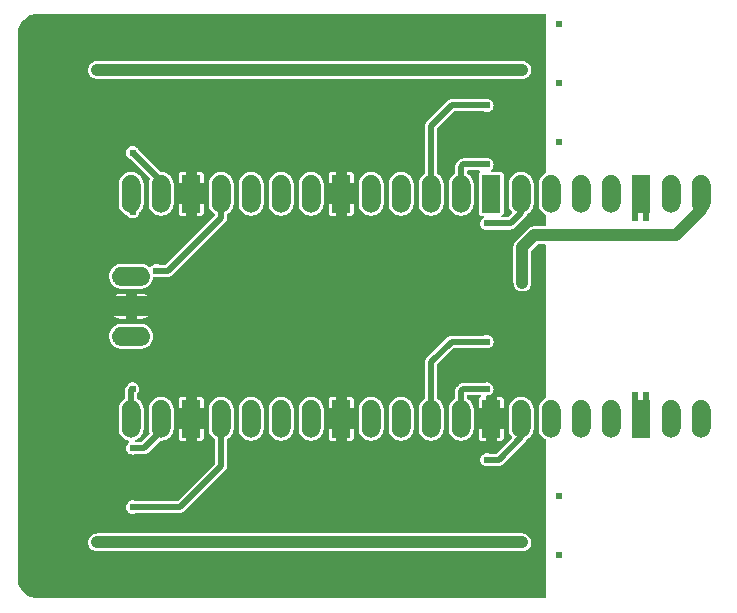
<source format=gbl>
G04 Layer: BottomLayer*
G04 EasyEDA v6.5.20, 2023-08-22 23:15:59*
G04 a67cddfb3fce44daa9051d46cbbcc19f,10*
G04 Gerber Generator version 0.2*
G04 Scale: 100 percent, Rotated: No, Reflected: No *
G04 Dimensions in millimeters *
G04 leading zeros omitted , absolute positions ,4 integer and 5 decimal *
%FSLAX45Y45*%
%MOMM*%

%AMMACRO1*4,1,4,-0.8,-1.5999,0.8,-1.5999,0.8,1.5999,-0.8,1.5999,-0.8,-1.5999,0*%
%AMMACRO2*4,1,4,-0.8001,-1.5999,0.8001,-1.5999,0.8001,1.5999,-0.8001,1.5999,-0.8001,-1.5999,0*%
%ADD10C,0.5000*%
%ADD11C,1.0000*%
%ADD12MACRO1*%
%ADD13MACRO2*%
%ADD14C,0.6096*%
%ADD15C,0.6100*%
%ADD16C,0.0113*%

%LPD*%
G36*
X200863Y25908D02*
G01*
X182473Y26822D01*
X165557Y29362D01*
X148996Y33578D01*
X132943Y39370D01*
X117551Y46736D01*
X102920Y55575D01*
X89204Y65786D01*
X76606Y77266D01*
X65176Y89966D01*
X55016Y103682D01*
X46278Y118364D01*
X39014Y133858D01*
X33324Y149961D01*
X29209Y166522D01*
X26771Y183438D01*
X25908Y200863D01*
X25908Y4799126D01*
X26873Y4817516D01*
X29413Y4834432D01*
X33629Y4850993D01*
X39420Y4867046D01*
X46786Y4882438D01*
X55575Y4897069D01*
X65786Y4910785D01*
X77317Y4923383D01*
X90017Y4934813D01*
X103733Y4944973D01*
X118414Y4953711D01*
X133858Y4960975D01*
X149961Y4966665D01*
X166573Y4970780D01*
X183438Y4973218D01*
X200914Y4974082D01*
X4489856Y4974082D01*
X4493717Y4973320D01*
X4497019Y4971084D01*
X4499203Y4967833D01*
X4500016Y4963922D01*
X4500016Y3635603D01*
X4499305Y3631996D01*
X4497425Y3628847D01*
X4494530Y3626612D01*
X4484420Y3620668D01*
X4481322Y3618534D01*
X4474210Y3612946D01*
X4471416Y3610457D01*
X4465015Y3604056D01*
X4462526Y3601262D01*
X4456938Y3594150D01*
X4454804Y3591102D01*
X4450130Y3583330D01*
X4448403Y3580028D01*
X4444695Y3571748D01*
X4443374Y3568242D01*
X4440682Y3559606D01*
X4439767Y3556050D01*
X4438142Y3547160D01*
X4437684Y3543401D01*
X4437075Y3532225D01*
X4437075Y3372764D01*
X4437684Y3361588D01*
X4438142Y3357829D01*
X4439767Y3348939D01*
X4440682Y3345383D01*
X4443374Y3336747D01*
X4444695Y3333191D01*
X4448403Y3324961D01*
X4450130Y3321659D01*
X4454804Y3313887D01*
X4456938Y3310839D01*
X4462526Y3303727D01*
X4465015Y3300933D01*
X4471416Y3294532D01*
X4474210Y3292043D01*
X4481322Y3286455D01*
X4484370Y3284321D01*
X4492091Y3279648D01*
X4494580Y3278378D01*
X4497425Y3276092D01*
X4499356Y3272993D01*
X4500016Y3269386D01*
X4500016Y3186125D01*
X4499203Y3182264D01*
X4497019Y3178962D01*
X4493717Y3176727D01*
X4489856Y3175965D01*
X4397400Y3175914D01*
X4388561Y3175101D01*
X4386122Y3174695D01*
X4377486Y3172561D01*
X4375150Y3171799D01*
X4366920Y3168396D01*
X4364736Y3167278D01*
X4357116Y3162655D01*
X4348276Y3155594D01*
X4244492Y3051759D01*
X4238802Y3044952D01*
X4237380Y3042920D01*
X4232808Y3035300D01*
X4231690Y3033115D01*
X4228287Y3024886D01*
X4227525Y3022549D01*
X4225340Y3013964D01*
X4224121Y3002686D01*
X4224070Y2700375D01*
X4224934Y2688691D01*
X4227474Y2677617D01*
X4231640Y2667050D01*
X4237278Y2657246D01*
X4244390Y2648407D01*
X4252671Y2640685D01*
X4262069Y2634284D01*
X4272280Y2629357D01*
X4283100Y2626004D01*
X4294327Y2624328D01*
X4305655Y2624328D01*
X4316882Y2626004D01*
X4327702Y2629357D01*
X4337913Y2634284D01*
X4347311Y2640685D01*
X4355592Y2648407D01*
X4362704Y2657246D01*
X4368342Y2667050D01*
X4372508Y2677617D01*
X4375048Y2688691D01*
X4375912Y2700375D01*
X4375912Y2964383D01*
X4376674Y2968244D01*
X4378858Y2971546D01*
X4428490Y3021177D01*
X4431792Y3023412D01*
X4435703Y3024174D01*
X4489856Y3024174D01*
X4493717Y3023412D01*
X4497019Y3021177D01*
X4499203Y3017875D01*
X4500016Y3014014D01*
X4500016Y1730603D01*
X4499356Y1726996D01*
X4497425Y1723898D01*
X4494580Y1721612D01*
X4492091Y1720342D01*
X4484370Y1715668D01*
X4481322Y1713534D01*
X4474210Y1707946D01*
X4471416Y1705457D01*
X4465015Y1699056D01*
X4462526Y1696262D01*
X4456938Y1689150D01*
X4454804Y1686102D01*
X4450130Y1678330D01*
X4448403Y1675028D01*
X4444695Y1666798D01*
X4443374Y1663242D01*
X4440682Y1654606D01*
X4439767Y1651050D01*
X4438142Y1642160D01*
X4437684Y1638401D01*
X4437075Y1627225D01*
X4437075Y1467764D01*
X4437684Y1456588D01*
X4438142Y1452829D01*
X4439767Y1443939D01*
X4440682Y1440383D01*
X4443374Y1431747D01*
X4444695Y1428242D01*
X4448403Y1419961D01*
X4450130Y1416659D01*
X4454804Y1408887D01*
X4456938Y1405839D01*
X4462526Y1398727D01*
X4465015Y1395933D01*
X4471416Y1389532D01*
X4474210Y1387043D01*
X4481322Y1381455D01*
X4484420Y1379321D01*
X4494530Y1373378D01*
X4497425Y1371142D01*
X4499305Y1367993D01*
X4500016Y1364386D01*
X4500016Y36068D01*
X4499203Y32156D01*
X4497019Y28854D01*
X4493717Y26670D01*
X4489856Y25908D01*
G37*

%LPC*%
G36*
X700379Y4424222D02*
G01*
X4299610Y4424222D01*
X4311294Y4425086D01*
X4322318Y4427626D01*
X4332884Y4431741D01*
X4342688Y4437430D01*
X4351578Y4444492D01*
X4359300Y4452823D01*
X4365701Y4462170D01*
X4370578Y4472381D01*
X4373930Y4483252D01*
X4375658Y4494428D01*
X4375658Y4505807D01*
X4373930Y4516983D01*
X4370578Y4527854D01*
X4365701Y4538065D01*
X4359300Y4547412D01*
X4351578Y4555744D01*
X4342688Y4562805D01*
X4332884Y4568494D01*
X4322318Y4572609D01*
X4311294Y4575149D01*
X4299610Y4576013D01*
X700379Y4576013D01*
X688695Y4575149D01*
X677672Y4572609D01*
X667105Y4568494D01*
X657301Y4562805D01*
X648411Y4555744D01*
X640689Y4547412D01*
X634288Y4538065D01*
X629412Y4527854D01*
X626059Y4516983D01*
X624332Y4505807D01*
X624332Y4494428D01*
X626059Y4483252D01*
X629412Y4472381D01*
X634288Y4462170D01*
X640689Y4452823D01*
X648411Y4444492D01*
X657301Y4437430D01*
X667105Y4431741D01*
X677672Y4427626D01*
X688695Y4425086D01*
G37*
G36*
X999998Y743661D02*
G01*
X1009802Y744524D01*
X1019251Y747064D01*
X1021842Y748233D01*
X1026109Y749198D01*
X1399844Y749198D01*
X1404467Y749401D01*
X1408887Y749960D01*
X1413205Y750925D01*
X1417472Y752246D01*
X1421536Y753973D01*
X1425498Y756005D01*
X1429258Y758393D01*
X1432763Y761085D01*
X1436217Y764235D01*
X1784857Y1112926D01*
X1788007Y1116330D01*
X1790700Y1119886D01*
X1793087Y1123594D01*
X1795170Y1127556D01*
X1796846Y1131671D01*
X1798167Y1135888D01*
X1799132Y1140206D01*
X1799742Y1144625D01*
X1799945Y1149299D01*
X1799945Y1368958D01*
X1800504Y1372260D01*
X1802079Y1375206D01*
X1804568Y1377492D01*
X1810766Y1381506D01*
X1817776Y1387043D01*
X1820570Y1389532D01*
X1826971Y1395933D01*
X1829460Y1398727D01*
X1835048Y1405839D01*
X1837182Y1408887D01*
X1841855Y1416659D01*
X1843582Y1419961D01*
X1847291Y1428242D01*
X1848612Y1431747D01*
X1851304Y1440383D01*
X1852218Y1443939D01*
X1853844Y1452829D01*
X1854301Y1456588D01*
X1854911Y1467764D01*
X1854911Y1627225D01*
X1854301Y1638401D01*
X1853844Y1642160D01*
X1852218Y1651050D01*
X1851304Y1654606D01*
X1848612Y1663242D01*
X1847291Y1666798D01*
X1843582Y1675028D01*
X1841855Y1678330D01*
X1837182Y1686102D01*
X1835048Y1689150D01*
X1829460Y1696262D01*
X1826971Y1699056D01*
X1820570Y1705457D01*
X1817776Y1707946D01*
X1810664Y1713534D01*
X1807616Y1715668D01*
X1799894Y1720342D01*
X1796542Y1722120D01*
X1788261Y1725828D01*
X1784756Y1727149D01*
X1776120Y1729841D01*
X1772462Y1730705D01*
X1763572Y1732330D01*
X1759915Y1732788D01*
X1750872Y1733346D01*
X1747113Y1733346D01*
X1738071Y1732788D01*
X1734413Y1732330D01*
X1725523Y1730705D01*
X1721866Y1729841D01*
X1713230Y1727149D01*
X1709724Y1725828D01*
X1701444Y1722120D01*
X1698091Y1720342D01*
X1690370Y1715668D01*
X1687322Y1713534D01*
X1680210Y1707946D01*
X1677416Y1705457D01*
X1671015Y1699056D01*
X1668576Y1696313D01*
X1662988Y1689201D01*
X1660804Y1686102D01*
X1656130Y1678330D01*
X1654403Y1675028D01*
X1650695Y1666798D01*
X1649374Y1663242D01*
X1646682Y1654606D01*
X1645767Y1651050D01*
X1644142Y1642160D01*
X1643684Y1638350D01*
X1643125Y1627225D01*
X1643125Y1467764D01*
X1643684Y1456639D01*
X1644142Y1452829D01*
X1645767Y1443939D01*
X1646682Y1440383D01*
X1649374Y1431747D01*
X1650695Y1428242D01*
X1654403Y1419961D01*
X1656130Y1416659D01*
X1660804Y1408887D01*
X1662988Y1405788D01*
X1668576Y1398676D01*
X1671015Y1395933D01*
X1677416Y1389532D01*
X1680210Y1387043D01*
X1687169Y1381556D01*
X1693468Y1377442D01*
X1695957Y1375206D01*
X1697583Y1372260D01*
X1698091Y1368958D01*
X1698091Y1174343D01*
X1697329Y1170482D01*
X1695145Y1167180D01*
X1381963Y853998D01*
X1378661Y851763D01*
X1374749Y851001D01*
X1025702Y851001D01*
X1021384Y851966D01*
X1019251Y852932D01*
X1009802Y855471D01*
X999998Y856335D01*
X990193Y855471D01*
X980744Y852932D01*
X971803Y848817D01*
X963777Y843178D01*
X956818Y836218D01*
X951179Y828192D01*
X947064Y819251D01*
X944524Y809802D01*
X943660Y799998D01*
X944524Y790194D01*
X947064Y780745D01*
X951179Y771804D01*
X956818Y763778D01*
X963777Y756818D01*
X971803Y751179D01*
X980744Y747064D01*
X990193Y744524D01*
G37*
G36*
X1541322Y3538829D02*
G01*
X1600911Y3538829D01*
X1600911Y3611930D01*
X1600200Y3618229D01*
X1598269Y3623716D01*
X1595221Y3628593D01*
X1591106Y3632708D01*
X1586230Y3635756D01*
X1580743Y3637686D01*
X1574444Y3638397D01*
X1541322Y3638397D01*
G37*
G36*
X3999992Y1143660D02*
G01*
X4009796Y1144524D01*
X4019245Y1147064D01*
X4021378Y1148029D01*
X4025696Y1148994D01*
X4099864Y1148994D01*
X4104487Y1149197D01*
X4108907Y1149756D01*
X4113225Y1150721D01*
X4117492Y1152042D01*
X4121556Y1153769D01*
X4125518Y1155801D01*
X4129278Y1158189D01*
X4132783Y1160881D01*
X4136237Y1164031D01*
X4324858Y1352702D01*
X4328007Y1356156D01*
X4330700Y1359662D01*
X4333087Y1363421D01*
X4335068Y1367231D01*
X4336135Y1369923D01*
X4337812Y1372819D01*
X4340352Y1374952D01*
X4347565Y1379321D01*
X4350664Y1381455D01*
X4357776Y1387043D01*
X4360621Y1389532D01*
X4367022Y1395933D01*
X4369409Y1398676D01*
X4374997Y1405788D01*
X4377182Y1408887D01*
X4381855Y1416659D01*
X4383582Y1419961D01*
X4387291Y1428242D01*
X4388612Y1431747D01*
X4391304Y1440383D01*
X4392218Y1443939D01*
X4393844Y1452829D01*
X4394301Y1456588D01*
X4394911Y1467764D01*
X4394911Y1627225D01*
X4394301Y1638401D01*
X4393844Y1642160D01*
X4392218Y1651050D01*
X4391304Y1654606D01*
X4388612Y1663242D01*
X4387291Y1666798D01*
X4383582Y1675028D01*
X4381855Y1678330D01*
X4377182Y1686102D01*
X4374997Y1689201D01*
X4369409Y1696313D01*
X4367022Y1699056D01*
X4360621Y1705457D01*
X4357776Y1707946D01*
X4350664Y1713534D01*
X4347616Y1715668D01*
X4339894Y1720342D01*
X4336542Y1722120D01*
X4328261Y1725828D01*
X4324756Y1727149D01*
X4316120Y1729841D01*
X4312462Y1730705D01*
X4303572Y1732330D01*
X4299915Y1732788D01*
X4290872Y1733346D01*
X4287113Y1733346D01*
X4278071Y1732788D01*
X4274413Y1732330D01*
X4265523Y1730705D01*
X4261866Y1729841D01*
X4253230Y1727149D01*
X4249724Y1725828D01*
X4241444Y1722120D01*
X4238091Y1720342D01*
X4230370Y1715668D01*
X4227322Y1713534D01*
X4220210Y1707946D01*
X4217416Y1705457D01*
X4211015Y1699056D01*
X4208526Y1696262D01*
X4202938Y1689150D01*
X4200804Y1686102D01*
X4196130Y1678330D01*
X4194403Y1675028D01*
X4190695Y1666798D01*
X4189374Y1663242D01*
X4186682Y1654606D01*
X4185767Y1651050D01*
X4184142Y1642160D01*
X4183684Y1638401D01*
X4183075Y1627225D01*
X4183075Y1467764D01*
X4183684Y1456588D01*
X4184142Y1452829D01*
X4185767Y1443939D01*
X4186682Y1440383D01*
X4189374Y1431747D01*
X4190695Y1428242D01*
X4194403Y1419961D01*
X4196130Y1416659D01*
X4200804Y1408887D01*
X4202938Y1405839D01*
X4208526Y1398727D01*
X4210812Y1396136D01*
X4212742Y1392834D01*
X4213352Y1389075D01*
X4212539Y1385366D01*
X4210405Y1382217D01*
X4081932Y1253794D01*
X4078681Y1251559D01*
X4074769Y1250797D01*
X4026103Y1250797D01*
X4021836Y1251762D01*
X4019245Y1252931D01*
X4009796Y1255471D01*
X3999992Y1256334D01*
X3990187Y1255471D01*
X3980738Y1252931D01*
X3971798Y1248816D01*
X3963771Y1243177D01*
X3956812Y1236218D01*
X3951173Y1228191D01*
X3947058Y1219250D01*
X3944518Y1209802D01*
X3943654Y1199997D01*
X3944518Y1190193D01*
X3947058Y1180744D01*
X3951173Y1171803D01*
X3956812Y1163777D01*
X3963771Y1156817D01*
X3971798Y1151178D01*
X3980738Y1147064D01*
X3990187Y1144524D01*
G37*
G36*
X999998Y1243634D02*
G01*
X1009802Y1244498D01*
X1019251Y1247038D01*
X1021537Y1248105D01*
X1025855Y1249070D01*
X1099870Y1249070D01*
X1104493Y1249273D01*
X1108913Y1249832D01*
X1113231Y1250797D01*
X1117498Y1252118D01*
X1121562Y1253845D01*
X1125524Y1255877D01*
X1129284Y1258265D01*
X1132789Y1260957D01*
X1136243Y1264107D01*
X1230833Y1358747D01*
X1234186Y1360932D01*
X1238097Y1361694D01*
X1242923Y1361643D01*
X1251915Y1362202D01*
X1255572Y1362659D01*
X1264462Y1364284D01*
X1268222Y1365199D01*
X1276858Y1367891D01*
X1280261Y1369212D01*
X1288542Y1372920D01*
X1291844Y1374648D01*
X1299565Y1379321D01*
X1302664Y1381455D01*
X1309776Y1387043D01*
X1312570Y1389532D01*
X1318971Y1395933D01*
X1321460Y1398727D01*
X1327048Y1405839D01*
X1329182Y1408887D01*
X1333855Y1416659D01*
X1335582Y1419961D01*
X1339291Y1428242D01*
X1340612Y1431747D01*
X1343304Y1440383D01*
X1344218Y1443939D01*
X1345844Y1452829D01*
X1346301Y1456588D01*
X1346911Y1467764D01*
X1346911Y1627225D01*
X1346301Y1638401D01*
X1345844Y1642160D01*
X1344218Y1651050D01*
X1343304Y1654606D01*
X1340612Y1663242D01*
X1339291Y1666798D01*
X1335582Y1675028D01*
X1333855Y1678330D01*
X1329182Y1686102D01*
X1327048Y1689150D01*
X1321460Y1696262D01*
X1318971Y1699056D01*
X1312570Y1705457D01*
X1309776Y1707946D01*
X1302664Y1713534D01*
X1299616Y1715668D01*
X1291894Y1720342D01*
X1288542Y1722120D01*
X1280261Y1725828D01*
X1276756Y1727149D01*
X1268120Y1729841D01*
X1264462Y1730705D01*
X1255572Y1732330D01*
X1251915Y1732788D01*
X1242872Y1733346D01*
X1239113Y1733346D01*
X1230122Y1732788D01*
X1226464Y1732330D01*
X1217523Y1730705D01*
X1213866Y1729841D01*
X1205230Y1727149D01*
X1201724Y1725828D01*
X1193444Y1722120D01*
X1190091Y1720342D01*
X1182370Y1715668D01*
X1179322Y1713534D01*
X1172210Y1707946D01*
X1169416Y1705457D01*
X1163015Y1699056D01*
X1160576Y1696313D01*
X1154988Y1689201D01*
X1152804Y1686102D01*
X1148130Y1678330D01*
X1146403Y1675028D01*
X1142695Y1666798D01*
X1141374Y1663242D01*
X1138682Y1654606D01*
X1137767Y1650949D01*
X1136142Y1642059D01*
X1135735Y1638401D01*
X1135126Y1627225D01*
X1135126Y1467764D01*
X1135735Y1456588D01*
X1136142Y1452930D01*
X1137767Y1444040D01*
X1138682Y1440383D01*
X1141323Y1431848D01*
X1144168Y1424889D01*
X1144930Y1421028D01*
X1144168Y1417116D01*
X1141984Y1413865D01*
X1081989Y1353870D01*
X1078687Y1351635D01*
X1074775Y1350873D01*
X1032865Y1350873D01*
X1029055Y1351635D01*
X1025753Y1353769D01*
X1023569Y1357020D01*
X1022705Y1360881D01*
X1023416Y1364742D01*
X1025499Y1368044D01*
X1028700Y1370279D01*
X1034542Y1372920D01*
X1037844Y1374648D01*
X1045565Y1379321D01*
X1048664Y1381455D01*
X1055776Y1387043D01*
X1058570Y1389532D01*
X1064971Y1395933D01*
X1067460Y1398727D01*
X1073048Y1405839D01*
X1075182Y1408887D01*
X1079855Y1416659D01*
X1081582Y1419961D01*
X1085291Y1428242D01*
X1086612Y1431747D01*
X1089304Y1440383D01*
X1090218Y1443939D01*
X1091844Y1452829D01*
X1092301Y1456588D01*
X1092911Y1467764D01*
X1092911Y1627225D01*
X1092301Y1638401D01*
X1091844Y1642160D01*
X1090218Y1651050D01*
X1089304Y1654606D01*
X1086612Y1663242D01*
X1085291Y1666798D01*
X1081582Y1675028D01*
X1079855Y1678330D01*
X1075182Y1686102D01*
X1073048Y1689150D01*
X1067460Y1696262D01*
X1064971Y1699056D01*
X1058570Y1705457D01*
X1055776Y1707946D01*
X1048766Y1713484D01*
X1042517Y1717497D01*
X1040079Y1719783D01*
X1038453Y1722729D01*
X1037945Y1726031D01*
X1037945Y1754327D01*
X1038707Y1758238D01*
X1040892Y1761489D01*
X1043178Y1763775D01*
X1048816Y1771802D01*
X1052931Y1780743D01*
X1055471Y1790192D01*
X1056335Y1799996D01*
X1055471Y1809800D01*
X1052931Y1819249D01*
X1048816Y1828190D01*
X1043178Y1836216D01*
X1036218Y1843176D01*
X1028192Y1848815D01*
X1019251Y1852930D01*
X1009802Y1855470D01*
X999998Y1856333D01*
X990193Y1855470D01*
X980744Y1852930D01*
X971803Y1848815D01*
X963777Y1843176D01*
X956818Y1836216D01*
X951179Y1828190D01*
X946048Y1817268D01*
X942949Y1812442D01*
X940866Y1808530D01*
X939190Y1804416D01*
X937869Y1800199D01*
X936904Y1795830D01*
X936294Y1791462D01*
X936091Y1786788D01*
X936091Y1726082D01*
X935583Y1722780D01*
X933958Y1719834D01*
X931519Y1717548D01*
X925169Y1713433D01*
X918210Y1707946D01*
X915416Y1705457D01*
X909015Y1699056D01*
X906576Y1696313D01*
X900988Y1689201D01*
X898804Y1686102D01*
X894130Y1678330D01*
X892403Y1675028D01*
X888695Y1666798D01*
X887374Y1663242D01*
X884682Y1654606D01*
X883767Y1650949D01*
X882142Y1642059D01*
X881735Y1638401D01*
X881126Y1627225D01*
X881126Y1467764D01*
X881735Y1456588D01*
X882142Y1452930D01*
X883767Y1444040D01*
X884682Y1440383D01*
X887374Y1431747D01*
X888695Y1428242D01*
X892403Y1419961D01*
X894130Y1416659D01*
X898804Y1408887D01*
X900988Y1405788D01*
X906576Y1398676D01*
X909015Y1395933D01*
X915416Y1389532D01*
X918210Y1387043D01*
X925321Y1381455D01*
X928420Y1379321D01*
X936142Y1374648D01*
X939444Y1372920D01*
X947724Y1369212D01*
X951128Y1367891D01*
X959764Y1365199D01*
X964234Y1364132D01*
X967790Y1362506D01*
X970432Y1359712D01*
X971854Y1356106D01*
X971854Y1352245D01*
X970381Y1348689D01*
X967689Y1345895D01*
X963777Y1343152D01*
X956818Y1336243D01*
X951179Y1328166D01*
X947064Y1319276D01*
X944524Y1309776D01*
X943660Y1299972D01*
X944524Y1290218D01*
X947064Y1280718D01*
X951179Y1271828D01*
X956818Y1263751D01*
X963777Y1256842D01*
X971803Y1251204D01*
X980744Y1247038D01*
X990193Y1244498D01*
G37*
G36*
X2659075Y3538829D02*
G01*
X2718663Y3538829D01*
X2718663Y3638397D01*
X2685542Y3638397D01*
X2679242Y3637686D01*
X2673756Y3635756D01*
X2668879Y3632708D01*
X2664764Y3628593D01*
X2661716Y3623716D01*
X2659786Y3618229D01*
X2659075Y3611930D01*
G37*
G36*
X2811373Y3538829D02*
G01*
X2870911Y3538829D01*
X2870911Y3611930D01*
X2870200Y3618229D01*
X2868269Y3623716D01*
X2865221Y3628593D01*
X2861106Y3632708D01*
X2856230Y3635756D01*
X2850743Y3637686D01*
X2844444Y3638397D01*
X2811373Y3638397D01*
G37*
G36*
X1415592Y1361592D02*
G01*
X1448663Y1361592D01*
X1448663Y1461160D01*
X1389126Y1461160D01*
X1389126Y1388059D01*
X1389837Y1381760D01*
X1391716Y1376273D01*
X1394815Y1371396D01*
X1398879Y1367282D01*
X1403807Y1364234D01*
X1409242Y1362303D01*
G37*
G36*
X2811373Y1361592D02*
G01*
X2844444Y1361592D01*
X2850743Y1362303D01*
X2856230Y1364234D01*
X2861106Y1367282D01*
X2865221Y1371396D01*
X2868269Y1376273D01*
X2870200Y1381760D01*
X2870911Y1388059D01*
X2870911Y1461160D01*
X2811373Y1461160D01*
G37*
G36*
X4081373Y1361592D02*
G01*
X4114444Y1361592D01*
X4120743Y1362303D01*
X4126229Y1364234D01*
X4131106Y1367282D01*
X4135221Y1371396D01*
X4138269Y1376273D01*
X4140200Y1381760D01*
X4140911Y1388059D01*
X4140911Y1461160D01*
X4081373Y1461160D01*
G37*
G36*
X3955542Y1361592D02*
G01*
X3988663Y1361592D01*
X3988663Y1461160D01*
X3929075Y1461160D01*
X3929075Y1388059D01*
X3929786Y1381760D01*
X3931716Y1376273D01*
X3934764Y1371396D01*
X3938879Y1367282D01*
X3943756Y1364234D01*
X3949242Y1362303D01*
G37*
G36*
X2685542Y1361592D02*
G01*
X2718663Y1361592D01*
X2718663Y1461160D01*
X2659075Y1461160D01*
X2659075Y1388059D01*
X2659786Y1381760D01*
X2661716Y1376273D01*
X2664764Y1371396D01*
X2668879Y1367282D01*
X2673756Y1364234D01*
X2679242Y1362303D01*
G37*
G36*
X1541322Y1361592D02*
G01*
X1574444Y1361592D01*
X1580743Y1362303D01*
X1586230Y1364234D01*
X1591106Y1367282D01*
X1595221Y1371396D01*
X1598269Y1376273D01*
X1600200Y1381760D01*
X1600911Y1388059D01*
X1600911Y1461160D01*
X1541322Y1461160D01*
G37*
G36*
X2001113Y1361643D02*
G01*
X2004872Y1361643D01*
X2013915Y1362202D01*
X2017572Y1362659D01*
X2026462Y1364284D01*
X2030222Y1365199D01*
X2038857Y1367891D01*
X2042261Y1369212D01*
X2050542Y1372920D01*
X2053843Y1374648D01*
X2061565Y1379321D01*
X2064664Y1381455D01*
X2071776Y1387043D01*
X2074570Y1389532D01*
X2080971Y1395933D01*
X2083460Y1398727D01*
X2089048Y1405839D01*
X2091182Y1408887D01*
X2095855Y1416659D01*
X2097582Y1419961D01*
X2101291Y1428242D01*
X2102612Y1431747D01*
X2105304Y1440383D01*
X2106218Y1443939D01*
X2107844Y1452829D01*
X2108301Y1456588D01*
X2108911Y1467764D01*
X2108911Y1627225D01*
X2108301Y1638401D01*
X2107844Y1642160D01*
X2106218Y1651050D01*
X2105304Y1654606D01*
X2102612Y1663242D01*
X2101291Y1666798D01*
X2097582Y1675028D01*
X2095855Y1678330D01*
X2091182Y1686102D01*
X2089048Y1689150D01*
X2083460Y1696262D01*
X2080971Y1699056D01*
X2074570Y1705457D01*
X2071776Y1707946D01*
X2064664Y1713534D01*
X2061616Y1715668D01*
X2053894Y1720342D01*
X2050542Y1722120D01*
X2042261Y1725828D01*
X2038756Y1727149D01*
X2030120Y1729841D01*
X2026462Y1730705D01*
X2017572Y1732330D01*
X2013915Y1732788D01*
X2004872Y1733346D01*
X2001113Y1733346D01*
X1992071Y1732788D01*
X1988413Y1732330D01*
X1979523Y1730705D01*
X1975866Y1729841D01*
X1967230Y1727149D01*
X1963724Y1725828D01*
X1955444Y1722120D01*
X1952091Y1720342D01*
X1944370Y1715668D01*
X1941322Y1713534D01*
X1934210Y1707946D01*
X1931416Y1705457D01*
X1925015Y1699056D01*
X1922576Y1696313D01*
X1916988Y1689201D01*
X1914804Y1686102D01*
X1910130Y1678330D01*
X1908403Y1675028D01*
X1904695Y1666798D01*
X1903374Y1663242D01*
X1900682Y1654606D01*
X1899767Y1651050D01*
X1898142Y1642160D01*
X1897684Y1638350D01*
X1897125Y1627225D01*
X1897125Y1467764D01*
X1897684Y1456639D01*
X1898142Y1452829D01*
X1899767Y1443939D01*
X1900682Y1440383D01*
X1903374Y1431747D01*
X1904695Y1428242D01*
X1908403Y1419961D01*
X1910130Y1416659D01*
X1914804Y1408887D01*
X1916988Y1405788D01*
X1922576Y1398676D01*
X1925015Y1395933D01*
X1931416Y1389532D01*
X1934210Y1387043D01*
X1941322Y1381455D01*
X1944420Y1379321D01*
X1952142Y1374648D01*
X1955444Y1372920D01*
X1963724Y1369212D01*
X1967128Y1367891D01*
X1975764Y1365199D01*
X1979523Y1364284D01*
X1988413Y1362659D01*
X1992071Y1362202D01*
G37*
G36*
X2509113Y1361643D02*
G01*
X2512872Y1361643D01*
X2521915Y1362202D01*
X2525572Y1362659D01*
X2534462Y1364284D01*
X2538222Y1365199D01*
X2546858Y1367891D01*
X2550261Y1369212D01*
X2558542Y1372920D01*
X2561844Y1374648D01*
X2569565Y1379321D01*
X2572664Y1381455D01*
X2579776Y1387043D01*
X2582570Y1389532D01*
X2588971Y1395933D01*
X2591460Y1398727D01*
X2597048Y1405839D01*
X2599182Y1408887D01*
X2603855Y1416659D01*
X2605582Y1419961D01*
X2609291Y1428242D01*
X2610612Y1431747D01*
X2613304Y1440383D01*
X2614218Y1443939D01*
X2615844Y1452829D01*
X2616301Y1456588D01*
X2616911Y1467764D01*
X2616911Y1627225D01*
X2616301Y1638401D01*
X2615844Y1642160D01*
X2614218Y1651050D01*
X2613304Y1654606D01*
X2610612Y1663242D01*
X2609291Y1666798D01*
X2605582Y1675028D01*
X2603855Y1678330D01*
X2599182Y1686102D01*
X2597048Y1689150D01*
X2591460Y1696262D01*
X2588971Y1699056D01*
X2582570Y1705457D01*
X2579776Y1707946D01*
X2572664Y1713534D01*
X2569616Y1715668D01*
X2561894Y1720342D01*
X2558542Y1722120D01*
X2550261Y1725828D01*
X2546756Y1727149D01*
X2538120Y1729841D01*
X2534462Y1730705D01*
X2525572Y1732330D01*
X2521915Y1732788D01*
X2512872Y1733346D01*
X2509113Y1733346D01*
X2500071Y1732788D01*
X2496413Y1732330D01*
X2487523Y1730705D01*
X2483866Y1729841D01*
X2475230Y1727149D01*
X2471724Y1725828D01*
X2463444Y1722120D01*
X2460091Y1720342D01*
X2452370Y1715668D01*
X2449322Y1713534D01*
X2442210Y1707946D01*
X2439365Y1705457D01*
X2432964Y1699056D01*
X2430576Y1696313D01*
X2424988Y1689201D01*
X2422804Y1686102D01*
X2418130Y1678330D01*
X2416403Y1675028D01*
X2412695Y1666798D01*
X2411374Y1663242D01*
X2408682Y1654606D01*
X2407767Y1651050D01*
X2406142Y1642160D01*
X2405684Y1638401D01*
X2405075Y1627225D01*
X2405075Y1467764D01*
X2405684Y1456588D01*
X2406142Y1452829D01*
X2407767Y1443939D01*
X2408682Y1440383D01*
X2411374Y1431747D01*
X2412695Y1428242D01*
X2416403Y1419961D01*
X2418130Y1416659D01*
X2422804Y1408887D01*
X2424988Y1405788D01*
X2430576Y1398676D01*
X2432964Y1395933D01*
X2439365Y1389532D01*
X2442210Y1387043D01*
X2449322Y1381455D01*
X2452420Y1379321D01*
X2460142Y1374648D01*
X2463444Y1372920D01*
X2471724Y1369212D01*
X2475128Y1367891D01*
X2483764Y1365199D01*
X2487523Y1364284D01*
X2496413Y1362659D01*
X2500071Y1362202D01*
G37*
G36*
X2255113Y1361643D02*
G01*
X2258872Y1361643D01*
X2267915Y1362202D01*
X2271572Y1362659D01*
X2280462Y1364284D01*
X2284222Y1365199D01*
X2292858Y1367891D01*
X2296261Y1369212D01*
X2304542Y1372920D01*
X2307844Y1374648D01*
X2315565Y1379321D01*
X2318664Y1381455D01*
X2325776Y1387043D01*
X2328570Y1389532D01*
X2334971Y1395933D01*
X2337460Y1398727D01*
X2343048Y1405839D01*
X2345182Y1408887D01*
X2349855Y1416659D01*
X2351582Y1419961D01*
X2355291Y1428242D01*
X2356612Y1431747D01*
X2359304Y1440383D01*
X2360218Y1443939D01*
X2361844Y1452829D01*
X2362301Y1456588D01*
X2362911Y1467764D01*
X2362911Y1627225D01*
X2362301Y1638401D01*
X2361844Y1642160D01*
X2360218Y1651050D01*
X2359304Y1654606D01*
X2356612Y1663242D01*
X2355291Y1666798D01*
X2351582Y1675028D01*
X2349855Y1678330D01*
X2345182Y1686102D01*
X2343048Y1689150D01*
X2337460Y1696262D01*
X2334971Y1699056D01*
X2328570Y1705457D01*
X2325776Y1707946D01*
X2318664Y1713534D01*
X2315616Y1715668D01*
X2307894Y1720342D01*
X2304542Y1722120D01*
X2296261Y1725828D01*
X2292756Y1727149D01*
X2284120Y1729841D01*
X2280462Y1730705D01*
X2271572Y1732330D01*
X2267915Y1732788D01*
X2258872Y1733346D01*
X2255113Y1733346D01*
X2246071Y1732788D01*
X2242413Y1732330D01*
X2233523Y1730705D01*
X2229866Y1729841D01*
X2221230Y1727149D01*
X2217724Y1725828D01*
X2209444Y1722120D01*
X2206091Y1720342D01*
X2198370Y1715668D01*
X2195322Y1713534D01*
X2188210Y1707946D01*
X2185416Y1705457D01*
X2179015Y1699056D01*
X2176576Y1696313D01*
X2170988Y1689201D01*
X2168804Y1686102D01*
X2164130Y1678330D01*
X2162403Y1675028D01*
X2158695Y1666798D01*
X2157374Y1663242D01*
X2154682Y1654606D01*
X2153767Y1651050D01*
X2152142Y1642160D01*
X2151684Y1638401D01*
X2151075Y1627225D01*
X2151075Y1467764D01*
X2151684Y1456588D01*
X2152142Y1452829D01*
X2153767Y1443939D01*
X2154682Y1440383D01*
X2157374Y1431747D01*
X2158695Y1428242D01*
X2162403Y1419961D01*
X2164130Y1416659D01*
X2168804Y1408887D01*
X2170988Y1405788D01*
X2176576Y1398676D01*
X2179015Y1395933D01*
X2185416Y1389532D01*
X2188210Y1387043D01*
X2195322Y1381455D01*
X2198420Y1379321D01*
X2206142Y1374648D01*
X2209444Y1372920D01*
X2217724Y1369212D01*
X2221128Y1367891D01*
X2229764Y1365199D01*
X2233523Y1364284D01*
X2242413Y1362659D01*
X2246071Y1362202D01*
G37*
G36*
X3271113Y1361643D02*
G01*
X3274872Y1361643D01*
X3283915Y1362202D01*
X3287572Y1362659D01*
X3296462Y1364284D01*
X3300222Y1365199D01*
X3308858Y1367891D01*
X3312261Y1369212D01*
X3320542Y1372920D01*
X3323844Y1374648D01*
X3331565Y1379321D01*
X3334664Y1381455D01*
X3341776Y1387043D01*
X3344570Y1389532D01*
X3350971Y1395933D01*
X3353460Y1398727D01*
X3359048Y1405839D01*
X3361182Y1408887D01*
X3365855Y1416659D01*
X3367582Y1419961D01*
X3371291Y1428242D01*
X3372612Y1431747D01*
X3375304Y1440383D01*
X3376218Y1443939D01*
X3377844Y1452829D01*
X3378301Y1456588D01*
X3378911Y1467764D01*
X3378911Y1627225D01*
X3378301Y1638401D01*
X3377844Y1642160D01*
X3376218Y1651050D01*
X3375304Y1654606D01*
X3372612Y1663242D01*
X3371291Y1666798D01*
X3367582Y1675028D01*
X3365855Y1678330D01*
X3361182Y1686102D01*
X3359048Y1689150D01*
X3353460Y1696262D01*
X3350971Y1699056D01*
X3344570Y1705457D01*
X3341776Y1707946D01*
X3334664Y1713534D01*
X3331616Y1715668D01*
X3323894Y1720342D01*
X3320542Y1722120D01*
X3312261Y1725828D01*
X3308756Y1727149D01*
X3300120Y1729841D01*
X3296462Y1730705D01*
X3287572Y1732330D01*
X3283915Y1732788D01*
X3274872Y1733346D01*
X3271113Y1733346D01*
X3262071Y1732788D01*
X3258413Y1732330D01*
X3249523Y1730705D01*
X3245866Y1729841D01*
X3237230Y1727149D01*
X3233724Y1725828D01*
X3225444Y1722120D01*
X3222091Y1720342D01*
X3214370Y1715668D01*
X3211322Y1713534D01*
X3204210Y1707946D01*
X3201365Y1705457D01*
X3194964Y1699056D01*
X3192576Y1696313D01*
X3186988Y1689201D01*
X3184804Y1686102D01*
X3180130Y1678330D01*
X3178403Y1675028D01*
X3174695Y1666798D01*
X3173374Y1663242D01*
X3170682Y1654606D01*
X3169767Y1651050D01*
X3168142Y1642160D01*
X3167684Y1638401D01*
X3167075Y1627225D01*
X3167075Y1467764D01*
X3167684Y1456588D01*
X3168142Y1452829D01*
X3169767Y1443939D01*
X3170682Y1440383D01*
X3173374Y1431747D01*
X3174695Y1428242D01*
X3178403Y1419961D01*
X3180130Y1416659D01*
X3184804Y1408887D01*
X3186988Y1405788D01*
X3192576Y1398676D01*
X3194964Y1395933D01*
X3201365Y1389532D01*
X3204210Y1387043D01*
X3211322Y1381455D01*
X3214420Y1379321D01*
X3222142Y1374648D01*
X3225444Y1372920D01*
X3233724Y1369212D01*
X3237128Y1367891D01*
X3245764Y1365199D01*
X3249523Y1364284D01*
X3258413Y1362659D01*
X3262071Y1362202D01*
G37*
G36*
X3017113Y1361643D02*
G01*
X3020872Y1361643D01*
X3029915Y1362202D01*
X3033572Y1362659D01*
X3042462Y1364284D01*
X3046222Y1365199D01*
X3054858Y1367891D01*
X3058261Y1369212D01*
X3066542Y1372920D01*
X3069844Y1374648D01*
X3077565Y1379321D01*
X3080664Y1381455D01*
X3087776Y1387043D01*
X3090570Y1389532D01*
X3096971Y1395933D01*
X3099460Y1398727D01*
X3105048Y1405839D01*
X3107182Y1408887D01*
X3111855Y1416659D01*
X3113582Y1419961D01*
X3117291Y1428242D01*
X3118612Y1431747D01*
X3121304Y1440383D01*
X3122218Y1443939D01*
X3123844Y1452829D01*
X3124301Y1456588D01*
X3124911Y1467764D01*
X3124911Y1627225D01*
X3124301Y1638401D01*
X3123844Y1642160D01*
X3122218Y1651050D01*
X3121304Y1654606D01*
X3118612Y1663242D01*
X3117291Y1666798D01*
X3113582Y1675028D01*
X3111855Y1678330D01*
X3107182Y1686102D01*
X3105048Y1689150D01*
X3099460Y1696262D01*
X3096971Y1699056D01*
X3090570Y1705457D01*
X3087776Y1707946D01*
X3080664Y1713534D01*
X3077616Y1715668D01*
X3069894Y1720342D01*
X3066542Y1722120D01*
X3058261Y1725828D01*
X3054756Y1727149D01*
X3046120Y1729841D01*
X3042462Y1730705D01*
X3033572Y1732330D01*
X3029915Y1732788D01*
X3020872Y1733346D01*
X3017113Y1733346D01*
X3008071Y1732788D01*
X3004413Y1732330D01*
X2995523Y1730705D01*
X2991866Y1729841D01*
X2983230Y1727149D01*
X2979724Y1725828D01*
X2971444Y1722120D01*
X2968091Y1720342D01*
X2960370Y1715668D01*
X2957322Y1713534D01*
X2950210Y1707946D01*
X2947365Y1705457D01*
X2940964Y1699056D01*
X2938576Y1696313D01*
X2932988Y1689201D01*
X2930804Y1686102D01*
X2926130Y1678330D01*
X2924403Y1675028D01*
X2920695Y1666798D01*
X2919374Y1663242D01*
X2916682Y1654606D01*
X2915767Y1651050D01*
X2914142Y1642160D01*
X2913684Y1638401D01*
X2913075Y1627225D01*
X2913075Y1467764D01*
X2913684Y1456588D01*
X2914142Y1452829D01*
X2915767Y1443939D01*
X2916682Y1440383D01*
X2919374Y1431747D01*
X2920695Y1428242D01*
X2924403Y1419961D01*
X2926130Y1416659D01*
X2930804Y1408887D01*
X2932988Y1405788D01*
X2938576Y1398676D01*
X2940964Y1395933D01*
X2947365Y1389532D01*
X2950210Y1387043D01*
X2957322Y1381455D01*
X2960420Y1379321D01*
X2968142Y1374648D01*
X2971444Y1372920D01*
X2979724Y1369212D01*
X2983128Y1367891D01*
X2991764Y1365199D01*
X2995523Y1364284D01*
X3004413Y1362659D01*
X3008071Y1362202D01*
G37*
G36*
X3779113Y1361643D02*
G01*
X3782872Y1361643D01*
X3791915Y1362202D01*
X3795572Y1362659D01*
X3804462Y1364284D01*
X3808222Y1365199D01*
X3816858Y1367891D01*
X3820261Y1369212D01*
X3828542Y1372920D01*
X3831844Y1374648D01*
X3839565Y1379321D01*
X3842664Y1381455D01*
X3849776Y1387043D01*
X3852621Y1389532D01*
X3859022Y1395933D01*
X3861409Y1398676D01*
X3866997Y1405788D01*
X3869182Y1408887D01*
X3873855Y1416659D01*
X3875582Y1419961D01*
X3879291Y1428242D01*
X3880612Y1431747D01*
X3883304Y1440383D01*
X3884218Y1443939D01*
X3885844Y1452829D01*
X3886301Y1456588D01*
X3886911Y1467764D01*
X3886911Y1627225D01*
X3886301Y1638401D01*
X3885844Y1642160D01*
X3884218Y1651050D01*
X3883304Y1654606D01*
X3880612Y1663242D01*
X3879291Y1666798D01*
X3875582Y1675028D01*
X3873855Y1678330D01*
X3869182Y1686102D01*
X3866997Y1689201D01*
X3861409Y1696313D01*
X3859022Y1699056D01*
X3852621Y1705457D01*
X3849776Y1707946D01*
X3842765Y1713484D01*
X3836517Y1717497D01*
X3834079Y1719783D01*
X3832453Y1722729D01*
X3831945Y1726031D01*
X3831945Y1739036D01*
X3832707Y1742897D01*
X3834892Y1746199D01*
X3838194Y1748434D01*
X3842105Y1749196D01*
X3937812Y1749196D01*
X3942029Y1748282D01*
X3945534Y1745640D01*
X3947566Y1741830D01*
X3947871Y1737512D01*
X3946296Y1733448D01*
X3943197Y1730451D01*
X3938879Y1727707D01*
X3934764Y1723593D01*
X3931716Y1718716D01*
X3929786Y1713230D01*
X3929075Y1706930D01*
X3929075Y1633829D01*
X3988663Y1633829D01*
X3988663Y1733550D01*
X3989476Y1737664D01*
X3991914Y1741068D01*
X3995521Y1743151D01*
X4009796Y1744522D01*
X4019245Y1747062D01*
X4028186Y1751177D01*
X4036212Y1756816D01*
X4043172Y1763775D01*
X4048810Y1771802D01*
X4052925Y1780743D01*
X4055465Y1790192D01*
X4056329Y1799996D01*
X4055465Y1809800D01*
X4052925Y1819249D01*
X4048810Y1828190D01*
X4043172Y1836216D01*
X4036212Y1843176D01*
X4028186Y1848815D01*
X4019245Y1852930D01*
X4009796Y1855470D01*
X3999992Y1856333D01*
X3990187Y1855470D01*
X3980738Y1852930D01*
X3978605Y1851964D01*
X3974287Y1850999D01*
X3800297Y1850999D01*
X3795674Y1850796D01*
X3791254Y1850237D01*
X3786936Y1849272D01*
X3782669Y1847951D01*
X3778605Y1846224D01*
X3774643Y1844192D01*
X3770884Y1841804D01*
X3767378Y1839112D01*
X3763924Y1835962D01*
X3745179Y1817166D01*
X3742029Y1813763D01*
X3739337Y1810207D01*
X3736949Y1806498D01*
X3734866Y1802536D01*
X3733190Y1798421D01*
X3731869Y1794205D01*
X3730904Y1789887D01*
X3730294Y1785467D01*
X3730091Y1780793D01*
X3730091Y1726082D01*
X3729583Y1722780D01*
X3727958Y1719834D01*
X3725519Y1717548D01*
X3719220Y1713484D01*
X3712210Y1707946D01*
X3709415Y1705457D01*
X3703015Y1699056D01*
X3700526Y1696262D01*
X3694937Y1689150D01*
X3692804Y1686102D01*
X3688130Y1678330D01*
X3686403Y1675028D01*
X3682695Y1666798D01*
X3681374Y1663242D01*
X3678682Y1654606D01*
X3677767Y1651050D01*
X3676142Y1642160D01*
X3675684Y1638401D01*
X3675075Y1627225D01*
X3675075Y1467764D01*
X3675684Y1456588D01*
X3676142Y1452829D01*
X3677767Y1443939D01*
X3678682Y1440383D01*
X3681374Y1431747D01*
X3682695Y1428242D01*
X3686403Y1419961D01*
X3688130Y1416659D01*
X3692804Y1408887D01*
X3694937Y1405839D01*
X3700526Y1398727D01*
X3703015Y1395933D01*
X3709415Y1389532D01*
X3712210Y1387043D01*
X3719322Y1381455D01*
X3722420Y1379321D01*
X3730142Y1374648D01*
X3733444Y1372920D01*
X3741724Y1369212D01*
X3745128Y1367891D01*
X3753764Y1365199D01*
X3757523Y1364284D01*
X3766413Y1362659D01*
X3770071Y1362202D01*
G37*
G36*
X1389126Y3538829D02*
G01*
X1448663Y3538829D01*
X1448663Y3638397D01*
X1415592Y3638397D01*
X1409242Y3637686D01*
X1403807Y3635756D01*
X1398879Y3632708D01*
X1394815Y3628593D01*
X1391716Y3623716D01*
X1389837Y3618229D01*
X1389126Y3611930D01*
G37*
G36*
X3525113Y1361643D02*
G01*
X3528872Y1361643D01*
X3537915Y1362202D01*
X3541572Y1362659D01*
X3550462Y1364284D01*
X3554222Y1365199D01*
X3562858Y1367891D01*
X3566261Y1369212D01*
X3574542Y1372920D01*
X3577844Y1374648D01*
X3585565Y1379321D01*
X3588664Y1381455D01*
X3595776Y1387043D01*
X3598621Y1389532D01*
X3605022Y1395933D01*
X3607409Y1398676D01*
X3612997Y1405788D01*
X3615182Y1408887D01*
X3619855Y1416659D01*
X3621582Y1419961D01*
X3625291Y1428242D01*
X3626612Y1431747D01*
X3629304Y1440383D01*
X3630218Y1443939D01*
X3631844Y1452829D01*
X3632301Y1456588D01*
X3632911Y1467764D01*
X3632911Y1627225D01*
X3632301Y1638401D01*
X3631844Y1642160D01*
X3630218Y1651050D01*
X3629304Y1654606D01*
X3626612Y1663242D01*
X3625291Y1666798D01*
X3621582Y1675028D01*
X3619855Y1678330D01*
X3615182Y1686102D01*
X3612997Y1689201D01*
X3607409Y1696313D01*
X3605022Y1699056D01*
X3598621Y1705457D01*
X3595776Y1707946D01*
X3588765Y1713484D01*
X3582517Y1717497D01*
X3580079Y1719783D01*
X3578453Y1722729D01*
X3577945Y1726031D01*
X3577945Y2001723D01*
X3578707Y2005634D01*
X3580892Y2008936D01*
X3718102Y2146096D01*
X3721404Y2148332D01*
X3725265Y2149094D01*
X3974084Y2149094D01*
X3978401Y2148128D01*
X3980738Y2147062D01*
X3990187Y2144522D01*
X3999992Y2143658D01*
X4009796Y2144522D01*
X4019245Y2147062D01*
X4028186Y2151176D01*
X4036212Y2156815D01*
X4043172Y2163775D01*
X4048810Y2171801D01*
X4052925Y2180742D01*
X4055465Y2190191D01*
X4056329Y2199995D01*
X4055465Y2209800D01*
X4052925Y2219248D01*
X4048810Y2228189D01*
X4043172Y2236216D01*
X4036212Y2243175D01*
X4028186Y2248814D01*
X4019245Y2252929D01*
X4009796Y2255469D01*
X3999992Y2256332D01*
X3990187Y2255469D01*
X3980738Y2252929D01*
X3978401Y2251862D01*
X3974084Y2250897D01*
X3700221Y2250897D01*
X3695547Y2250694D01*
X3691128Y2250135D01*
X3686810Y2249170D01*
X3682593Y2247849D01*
X3678478Y2246122D01*
X3674516Y2244090D01*
X3670808Y2241702D01*
X3667251Y2239010D01*
X3663848Y2235860D01*
X3491179Y2063191D01*
X3488029Y2059736D01*
X3485337Y2056231D01*
X3482949Y2052472D01*
X3480866Y2048510D01*
X3479190Y2044446D01*
X3477869Y2040178D01*
X3476904Y2035860D01*
X3476294Y2031441D01*
X3476091Y2026818D01*
X3476091Y1726082D01*
X3475583Y1722780D01*
X3473958Y1719834D01*
X3471519Y1717548D01*
X3465220Y1713484D01*
X3458210Y1707946D01*
X3455415Y1705457D01*
X3449015Y1699056D01*
X3446526Y1696262D01*
X3440937Y1689150D01*
X3438804Y1686102D01*
X3434130Y1678330D01*
X3432403Y1675028D01*
X3428695Y1666798D01*
X3427374Y1663242D01*
X3424682Y1654606D01*
X3423767Y1651050D01*
X3422142Y1642160D01*
X3421684Y1638401D01*
X3421075Y1627225D01*
X3421075Y1467764D01*
X3421684Y1456588D01*
X3422142Y1452829D01*
X3423767Y1443939D01*
X3424682Y1440383D01*
X3427374Y1431747D01*
X3428695Y1428242D01*
X3432403Y1419961D01*
X3434130Y1416659D01*
X3438804Y1408887D01*
X3440937Y1405839D01*
X3446526Y1398727D01*
X3449015Y1395933D01*
X3455415Y1389532D01*
X3458210Y1387043D01*
X3465322Y1381455D01*
X3468420Y1379321D01*
X3476142Y1374648D01*
X3479444Y1372920D01*
X3487724Y1369212D01*
X3491128Y1367891D01*
X3499764Y1365199D01*
X3503523Y1364284D01*
X3512413Y1362659D01*
X3516071Y1362202D01*
G37*
G36*
X1389126Y1633829D02*
G01*
X1448663Y1633829D01*
X1448663Y1733397D01*
X1415592Y1733397D01*
X1409242Y1732686D01*
X1403807Y1730756D01*
X1398879Y1727707D01*
X1394815Y1723593D01*
X1391716Y1718716D01*
X1389837Y1713230D01*
X1389126Y1706930D01*
G37*
G36*
X4081373Y1633829D02*
G01*
X4140911Y1633829D01*
X4140911Y1706930D01*
X4140200Y1713230D01*
X4138269Y1718716D01*
X4135221Y1723593D01*
X4131106Y1727707D01*
X4126229Y1730756D01*
X4120743Y1732686D01*
X4114444Y1733397D01*
X4081373Y1733397D01*
G37*
G36*
X2811373Y1633829D02*
G01*
X2870911Y1633829D01*
X2870911Y1706930D01*
X2870200Y1713230D01*
X2868269Y1718716D01*
X2865221Y1723593D01*
X2861106Y1727707D01*
X2856230Y1730756D01*
X2850743Y1732686D01*
X2844444Y1733397D01*
X2811373Y1733397D01*
G37*
G36*
X2659075Y1633829D02*
G01*
X2718663Y1633829D01*
X2718663Y1733397D01*
X2685542Y1733397D01*
X2679242Y1732686D01*
X2673756Y1730756D01*
X2668879Y1727707D01*
X2664764Y1723593D01*
X2661716Y1718716D01*
X2659786Y1713230D01*
X2659075Y1706930D01*
G37*
G36*
X1541322Y1633829D02*
G01*
X1600911Y1633829D01*
X1600911Y1706930D01*
X1600200Y1713230D01*
X1598269Y1718716D01*
X1595221Y1723593D01*
X1591106Y1727707D01*
X1586230Y1730756D01*
X1580743Y1732686D01*
X1574444Y1733397D01*
X1541322Y1733397D01*
G37*
G36*
X3525113Y3266643D02*
G01*
X3528872Y3266643D01*
X3537915Y3267202D01*
X3541572Y3267659D01*
X3550462Y3269284D01*
X3554120Y3270148D01*
X3562756Y3272840D01*
X3566261Y3274161D01*
X3574542Y3277870D01*
X3577894Y3279648D01*
X3585616Y3284321D01*
X3588664Y3286455D01*
X3595776Y3292043D01*
X3598621Y3294532D01*
X3605022Y3300933D01*
X3607409Y3303676D01*
X3612997Y3310788D01*
X3615182Y3313887D01*
X3619855Y3321659D01*
X3621582Y3324961D01*
X3625291Y3333191D01*
X3626612Y3336747D01*
X3629304Y3345383D01*
X3630218Y3348939D01*
X3631844Y3357829D01*
X3632301Y3361588D01*
X3632911Y3372764D01*
X3632911Y3532225D01*
X3632301Y3543401D01*
X3631844Y3547160D01*
X3630218Y3556050D01*
X3629304Y3559606D01*
X3626612Y3568242D01*
X3625291Y3571748D01*
X3621582Y3580028D01*
X3619855Y3583330D01*
X3615182Y3591102D01*
X3612997Y3594201D01*
X3607409Y3601313D01*
X3605022Y3604056D01*
X3598621Y3610457D01*
X3595776Y3612946D01*
X3588765Y3618484D01*
X3582568Y3622497D01*
X3580079Y3624783D01*
X3578504Y3627729D01*
X3577945Y3631031D01*
X3577945Y4001617D01*
X3578707Y4005478D01*
X3580892Y4008780D01*
X3718102Y4145991D01*
X3721404Y4148226D01*
X3725316Y4148988D01*
X3974287Y4148988D01*
X3978605Y4148023D01*
X3980738Y4147058D01*
X3990187Y4144518D01*
X3999992Y4143654D01*
X4009796Y4144518D01*
X4019245Y4147058D01*
X4028186Y4151172D01*
X4036212Y4156811D01*
X4043172Y4163771D01*
X4048810Y4171797D01*
X4052925Y4180738D01*
X4055465Y4190187D01*
X4056329Y4199991D01*
X4055465Y4209796D01*
X4052925Y4219244D01*
X4048810Y4228185D01*
X4043172Y4236212D01*
X4036212Y4243171D01*
X4028186Y4248810D01*
X4019245Y4252925D01*
X4009796Y4255465D01*
X3999992Y4256328D01*
X3990187Y4255465D01*
X3980738Y4252925D01*
X3978148Y4251756D01*
X3973880Y4250791D01*
X3700221Y4250791D01*
X3695598Y4250588D01*
X3691178Y4250029D01*
X3686860Y4249064D01*
X3682593Y4247743D01*
X3678529Y4246016D01*
X3674567Y4243984D01*
X3670808Y4241596D01*
X3667302Y4238904D01*
X3663848Y4235754D01*
X3491179Y4063034D01*
X3488029Y4059631D01*
X3485337Y4056075D01*
X3482949Y4052366D01*
X3480866Y4048404D01*
X3479190Y4044289D01*
X3477869Y4040073D01*
X3476904Y4035755D01*
X3476294Y4031335D01*
X3476091Y4026662D01*
X3476091Y3631031D01*
X3475532Y3627729D01*
X3473958Y3624783D01*
X3471468Y3622548D01*
X3465220Y3618484D01*
X3458210Y3612946D01*
X3455415Y3610457D01*
X3449015Y3604056D01*
X3446526Y3601262D01*
X3440937Y3594150D01*
X3438804Y3591102D01*
X3434130Y3583330D01*
X3432403Y3580028D01*
X3428695Y3571748D01*
X3427374Y3568242D01*
X3424682Y3559606D01*
X3423767Y3556050D01*
X3422142Y3547160D01*
X3421684Y3543401D01*
X3421075Y3532225D01*
X3421075Y3372764D01*
X3421684Y3361588D01*
X3422142Y3357829D01*
X3423767Y3348939D01*
X3424682Y3345383D01*
X3427374Y3336747D01*
X3428695Y3333191D01*
X3432403Y3324961D01*
X3434130Y3321659D01*
X3438804Y3313887D01*
X3440937Y3310839D01*
X3446526Y3303727D01*
X3449015Y3300933D01*
X3455415Y3294532D01*
X3458210Y3292043D01*
X3465322Y3286455D01*
X3468370Y3284321D01*
X3476091Y3279648D01*
X3479444Y3277870D01*
X3487724Y3274161D01*
X3491229Y3272840D01*
X3499865Y3270148D01*
X3503523Y3269284D01*
X3512413Y3267659D01*
X3516071Y3267202D01*
G37*
G36*
X907287Y2140051D02*
G01*
X1066698Y2140051D01*
X1077925Y2140712D01*
X1081633Y2141169D01*
X1090523Y2142794D01*
X1094130Y2143658D01*
X1102766Y2146350D01*
X1106322Y2147722D01*
X1114552Y2151430D01*
X1117803Y2153158D01*
X1125575Y2157831D01*
X1128674Y2159965D01*
X1135837Y2165553D01*
X1144930Y2174341D01*
X1147470Y2177186D01*
X1153058Y2184349D01*
X1155141Y2187397D01*
X1159814Y2195118D01*
X1161592Y2198471D01*
X1165301Y2206701D01*
X1166622Y2210206D01*
X1169314Y2218842D01*
X1170228Y2222500D01*
X1171854Y2231390D01*
X1172819Y2244140D01*
X1172819Y2247849D01*
X1171854Y2260600D01*
X1170228Y2269490D01*
X1169314Y2273147D01*
X1166622Y2281783D01*
X1165301Y2285288D01*
X1161592Y2293518D01*
X1159814Y2296871D01*
X1155141Y2304592D01*
X1153058Y2307640D01*
X1147470Y2314803D01*
X1144981Y2317597D01*
X1138580Y2323998D01*
X1135786Y2326487D01*
X1128674Y2332024D01*
X1125575Y2334158D01*
X1117803Y2338832D01*
X1114552Y2340559D01*
X1106322Y2344267D01*
X1102766Y2345639D01*
X1094130Y2348331D01*
X1090523Y2349195D01*
X1081633Y2350820D01*
X1077925Y2351278D01*
X1066698Y2351887D01*
X907287Y2351887D01*
X896061Y2351278D01*
X892352Y2350820D01*
X883462Y2349195D01*
X879856Y2348331D01*
X871219Y2345639D01*
X867714Y2344318D01*
X859485Y2340610D01*
X848410Y2334158D01*
X845312Y2332024D01*
X838200Y2326487D01*
X835406Y2323998D01*
X829005Y2317597D01*
X826516Y2314752D01*
X820928Y2307590D01*
X818845Y2304592D01*
X814171Y2296871D01*
X812393Y2293518D01*
X808685Y2285288D01*
X807364Y2281783D01*
X804672Y2273147D01*
X803808Y2269540D01*
X802182Y2260650D01*
X801725Y2256891D01*
X801166Y2247849D01*
X801166Y2244140D01*
X801725Y2235098D01*
X802182Y2231339D01*
X803808Y2222449D01*
X804672Y2218842D01*
X807364Y2210206D01*
X808685Y2206701D01*
X812393Y2198471D01*
X814171Y2195118D01*
X818845Y2187397D01*
X820928Y2184400D01*
X826516Y2177237D01*
X829056Y2174341D01*
X838149Y2165553D01*
X845312Y2159965D01*
X848410Y2157831D01*
X859485Y2151380D01*
X867714Y2147671D01*
X871219Y2146350D01*
X879856Y2143658D01*
X883462Y2142794D01*
X892352Y2141169D01*
X896061Y2140712D01*
G37*
G36*
X1239113Y3266643D02*
G01*
X1242872Y3266643D01*
X1251915Y3267202D01*
X1255572Y3267659D01*
X1264462Y3269284D01*
X1268120Y3270148D01*
X1276756Y3272840D01*
X1280261Y3274161D01*
X1288542Y3277870D01*
X1291894Y3279648D01*
X1299616Y3284321D01*
X1302664Y3286455D01*
X1309776Y3292043D01*
X1312570Y3294532D01*
X1318971Y3300933D01*
X1321460Y3303727D01*
X1327048Y3310839D01*
X1329182Y3313887D01*
X1333855Y3321659D01*
X1335582Y3324961D01*
X1339291Y3333191D01*
X1340612Y3336747D01*
X1343304Y3345383D01*
X1344218Y3348939D01*
X1345844Y3357829D01*
X1346301Y3361588D01*
X1346911Y3372764D01*
X1346911Y3532225D01*
X1346301Y3543401D01*
X1345844Y3547160D01*
X1344218Y3556050D01*
X1343304Y3559606D01*
X1340612Y3568242D01*
X1339291Y3571748D01*
X1335582Y3580028D01*
X1333855Y3583330D01*
X1329182Y3591102D01*
X1327048Y3594150D01*
X1321460Y3601262D01*
X1318971Y3604056D01*
X1312570Y3610457D01*
X1309776Y3612946D01*
X1302664Y3618534D01*
X1299565Y3620668D01*
X1291844Y3625342D01*
X1288542Y3627069D01*
X1280261Y3630777D01*
X1276858Y3632098D01*
X1268222Y3634790D01*
X1264462Y3635705D01*
X1255572Y3637330D01*
X1251915Y3637787D01*
X1242923Y3638346D01*
X1238046Y3638296D01*
X1234084Y3639007D01*
X1230731Y3641242D01*
X1054404Y3817569D01*
X1052372Y3820464D01*
X1048816Y3828186D01*
X1043178Y3836212D01*
X1036218Y3843172D01*
X1028192Y3848811D01*
X1019251Y3852926D01*
X1009802Y3855465D01*
X999998Y3856329D01*
X990193Y3855465D01*
X980744Y3852926D01*
X971803Y3848811D01*
X963777Y3843172D01*
X956818Y3836212D01*
X951179Y3828186D01*
X947064Y3819245D01*
X944524Y3809796D01*
X943660Y3799992D01*
X944524Y3790187D01*
X947064Y3780739D01*
X951179Y3771798D01*
X956818Y3763772D01*
X963777Y3756812D01*
X971803Y3751173D01*
X979525Y3747617D01*
X982421Y3745585D01*
X1141933Y3586073D01*
X1144117Y3582771D01*
X1144930Y3578910D01*
X1144168Y3574999D01*
X1141323Y3568141D01*
X1138682Y3559606D01*
X1137767Y3555949D01*
X1136142Y3547059D01*
X1135735Y3543401D01*
X1135126Y3532225D01*
X1135126Y3372764D01*
X1135735Y3361588D01*
X1136142Y3357930D01*
X1137767Y3349040D01*
X1138682Y3345383D01*
X1141374Y3336747D01*
X1142695Y3333191D01*
X1146403Y3324961D01*
X1148130Y3321659D01*
X1152804Y3313887D01*
X1154988Y3310788D01*
X1160576Y3303676D01*
X1163015Y3300933D01*
X1169416Y3294532D01*
X1172210Y3292043D01*
X1179322Y3286455D01*
X1182370Y3284321D01*
X1190091Y3279648D01*
X1193444Y3277870D01*
X1201724Y3274161D01*
X1205230Y3272840D01*
X1213866Y3270148D01*
X1217523Y3269284D01*
X1226464Y3267659D01*
X1230122Y3267202D01*
G37*
G36*
X700379Y424230D02*
G01*
X4299610Y424230D01*
X4311294Y425094D01*
X4322318Y427634D01*
X4332884Y431749D01*
X4342688Y437438D01*
X4351578Y444500D01*
X4359300Y452831D01*
X4365701Y462178D01*
X4370578Y472389D01*
X4373930Y483260D01*
X4375658Y494436D01*
X4375658Y505815D01*
X4373930Y516991D01*
X4370578Y527862D01*
X4365701Y538073D01*
X4359300Y547420D01*
X4351578Y555752D01*
X4342688Y562813D01*
X4332884Y568502D01*
X4322318Y572617D01*
X4311294Y575157D01*
X4299610Y576021D01*
X700379Y576021D01*
X688695Y575157D01*
X677672Y572617D01*
X667105Y568502D01*
X657301Y562813D01*
X648411Y555752D01*
X640689Y547420D01*
X634288Y538073D01*
X629412Y527862D01*
X626059Y516991D01*
X624332Y505815D01*
X624332Y494436D01*
X626059Y483260D01*
X629412Y472389D01*
X634288Y462178D01*
X640689Y452831D01*
X648411Y444500D01*
X657301Y437438D01*
X667105Y431749D01*
X677672Y427634D01*
X688695Y425094D01*
G37*
G36*
X907186Y2394051D02*
G01*
X940663Y2394051D01*
X940663Y2413660D01*
X845769Y2413660D01*
X848410Y2411831D01*
X859485Y2405380D01*
X867714Y2401671D01*
X871219Y2400350D01*
X879856Y2397658D01*
X883462Y2396794D01*
X892352Y2395169D01*
X896112Y2394712D01*
G37*
G36*
X1033373Y2586329D02*
G01*
X1128217Y2586329D01*
X1125575Y2588158D01*
X1117803Y2592832D01*
X1114552Y2594559D01*
X1106322Y2598267D01*
X1102766Y2599639D01*
X1094130Y2602331D01*
X1090523Y2603195D01*
X1081633Y2604820D01*
X1077925Y2605278D01*
X1066698Y2605887D01*
X1033373Y2605887D01*
G37*
G36*
X845769Y2586329D02*
G01*
X940663Y2586329D01*
X940663Y2605887D01*
X907287Y2605887D01*
X896061Y2605278D01*
X892352Y2604820D01*
X883462Y2603195D01*
X879856Y2602331D01*
X871219Y2599639D01*
X867714Y2598318D01*
X859485Y2594610D01*
X848410Y2588158D01*
G37*
G36*
X3017113Y3266643D02*
G01*
X3020872Y3266643D01*
X3029915Y3267202D01*
X3033572Y3267659D01*
X3042462Y3269284D01*
X3046120Y3270148D01*
X3054756Y3272840D01*
X3058261Y3274161D01*
X3066542Y3277870D01*
X3069894Y3279648D01*
X3077616Y3284321D01*
X3080664Y3286455D01*
X3087776Y3292043D01*
X3090570Y3294532D01*
X3096971Y3300933D01*
X3099460Y3303727D01*
X3105048Y3310839D01*
X3107182Y3313887D01*
X3111855Y3321659D01*
X3113582Y3324961D01*
X3117291Y3333191D01*
X3118612Y3336747D01*
X3121304Y3345383D01*
X3122218Y3348939D01*
X3123844Y3357829D01*
X3124301Y3361588D01*
X3124911Y3372764D01*
X3124911Y3532225D01*
X3124301Y3543401D01*
X3123844Y3547160D01*
X3122218Y3556050D01*
X3121304Y3559606D01*
X3118612Y3568242D01*
X3117291Y3571748D01*
X3113582Y3580028D01*
X3111855Y3583330D01*
X3107182Y3591102D01*
X3105048Y3594150D01*
X3099460Y3601262D01*
X3096971Y3604056D01*
X3090570Y3610457D01*
X3087776Y3612946D01*
X3080664Y3618534D01*
X3077565Y3620668D01*
X3069844Y3625342D01*
X3066542Y3627069D01*
X3058261Y3630777D01*
X3054858Y3632098D01*
X3046222Y3634790D01*
X3042462Y3635705D01*
X3033572Y3637330D01*
X3029915Y3637787D01*
X3020872Y3638346D01*
X3017113Y3638346D01*
X3008071Y3637787D01*
X3004413Y3637330D01*
X2995523Y3635705D01*
X2991764Y3634790D01*
X2983128Y3632098D01*
X2979724Y3630777D01*
X2971444Y3627069D01*
X2968142Y3625342D01*
X2960420Y3620668D01*
X2957322Y3618534D01*
X2950210Y3612946D01*
X2947365Y3610457D01*
X2940964Y3604056D01*
X2938576Y3601313D01*
X2932988Y3594201D01*
X2930804Y3591102D01*
X2926130Y3583330D01*
X2924403Y3580028D01*
X2920695Y3571748D01*
X2919374Y3568242D01*
X2916682Y3559606D01*
X2915767Y3556050D01*
X2914142Y3547160D01*
X2913684Y3543401D01*
X2913075Y3532225D01*
X2913075Y3372764D01*
X2913684Y3361588D01*
X2914142Y3357829D01*
X2915767Y3348939D01*
X2916682Y3345383D01*
X2919374Y3336747D01*
X2920695Y3333191D01*
X2924403Y3324961D01*
X2926130Y3321659D01*
X2930804Y3313887D01*
X2932988Y3310788D01*
X2938576Y3303676D01*
X2940964Y3300933D01*
X2947365Y3294532D01*
X2950210Y3292043D01*
X2957322Y3286455D01*
X2960370Y3284321D01*
X2968091Y3279648D01*
X2971444Y3277870D01*
X2979724Y3274161D01*
X2983230Y3272840D01*
X2991866Y3270148D01*
X2995523Y3269284D01*
X3004413Y3267659D01*
X3008071Y3267202D01*
G37*
G36*
X907287Y2648051D02*
G01*
X1066698Y2648051D01*
X1077925Y2648712D01*
X1081633Y2649169D01*
X1090523Y2650794D01*
X1094130Y2651658D01*
X1102766Y2654350D01*
X1106322Y2655722D01*
X1114552Y2659430D01*
X1117803Y2661158D01*
X1125575Y2665831D01*
X1128674Y2667965D01*
X1135786Y2673502D01*
X1138580Y2675991D01*
X1144981Y2682392D01*
X1147470Y2685186D01*
X1153058Y2692349D01*
X1155141Y2695397D01*
X1159814Y2703118D01*
X1161592Y2706471D01*
X1165301Y2714701D01*
X1166622Y2718206D01*
X1169314Y2726842D01*
X1170228Y2730500D01*
X1171600Y2738120D01*
X1173175Y2741980D01*
X1176172Y2744876D01*
X1180084Y2746349D01*
X1184249Y2746095D01*
X1190193Y2744520D01*
X1199997Y2743657D01*
X1209802Y2744520D01*
X1219250Y2747060D01*
X1221841Y2748229D01*
X1226108Y2749194D01*
X1299768Y2749194D01*
X1304391Y2749397D01*
X1308811Y2749956D01*
X1313129Y2750921D01*
X1317396Y2752242D01*
X1321460Y2753969D01*
X1325422Y2756001D01*
X1329182Y2758389D01*
X1332687Y2761081D01*
X1336141Y2764231D01*
X1784857Y3212998D01*
X1788007Y3216452D01*
X1790700Y3219958D01*
X1793087Y3223717D01*
X1795170Y3227628D01*
X1796846Y3231743D01*
X1798167Y3235960D01*
X1799132Y3240328D01*
X1799742Y3244697D01*
X1799945Y3249371D01*
X1799945Y3273958D01*
X1800453Y3277260D01*
X1802079Y3280206D01*
X1804517Y3282492D01*
X1810766Y3286506D01*
X1817776Y3292043D01*
X1820570Y3294532D01*
X1826971Y3300933D01*
X1829460Y3303727D01*
X1835048Y3310839D01*
X1837182Y3313887D01*
X1841855Y3321659D01*
X1843582Y3324961D01*
X1847291Y3333191D01*
X1848612Y3336747D01*
X1851304Y3345383D01*
X1852218Y3348939D01*
X1853844Y3357829D01*
X1854301Y3361588D01*
X1854911Y3372764D01*
X1854911Y3532225D01*
X1854301Y3543401D01*
X1853844Y3547160D01*
X1852218Y3556050D01*
X1851304Y3559606D01*
X1848612Y3568242D01*
X1847291Y3571748D01*
X1843582Y3580028D01*
X1841855Y3583330D01*
X1837182Y3591102D01*
X1835048Y3594150D01*
X1829460Y3601262D01*
X1826971Y3604056D01*
X1820570Y3610457D01*
X1817776Y3612946D01*
X1810664Y3618534D01*
X1807565Y3620668D01*
X1799843Y3625342D01*
X1796542Y3627069D01*
X1788261Y3630777D01*
X1784857Y3632098D01*
X1776222Y3634790D01*
X1772462Y3635705D01*
X1763572Y3637330D01*
X1759915Y3637787D01*
X1750872Y3638346D01*
X1747113Y3638346D01*
X1738071Y3637787D01*
X1734413Y3637330D01*
X1725523Y3635705D01*
X1721764Y3634790D01*
X1713128Y3632098D01*
X1709724Y3630777D01*
X1701444Y3627069D01*
X1698142Y3625342D01*
X1690420Y3620668D01*
X1687322Y3618534D01*
X1680210Y3612946D01*
X1677416Y3610457D01*
X1671015Y3604056D01*
X1668576Y3601313D01*
X1662988Y3594201D01*
X1660804Y3591102D01*
X1656130Y3583330D01*
X1654403Y3580028D01*
X1650695Y3571748D01*
X1649374Y3568242D01*
X1646682Y3559606D01*
X1645767Y3556050D01*
X1644142Y3547160D01*
X1643684Y3543350D01*
X1643125Y3532225D01*
X1643125Y3372764D01*
X1643684Y3361639D01*
X1644142Y3357829D01*
X1645767Y3348939D01*
X1646682Y3345383D01*
X1649374Y3336747D01*
X1650695Y3333191D01*
X1654403Y3324961D01*
X1656130Y3321659D01*
X1660804Y3313887D01*
X1662988Y3310788D01*
X1668576Y3303676D01*
X1671015Y3300933D01*
X1677416Y3294532D01*
X1680210Y3292043D01*
X1687220Y3286556D01*
X1693214Y3282645D01*
X1696313Y3279394D01*
X1697736Y3275177D01*
X1697228Y3270707D01*
X1694840Y3266948D01*
X1281836Y2853994D01*
X1278585Y2851759D01*
X1274673Y2850997D01*
X1225702Y2850997D01*
X1221384Y2851962D01*
X1219250Y2852928D01*
X1209802Y2855468D01*
X1199997Y2856331D01*
X1190193Y2855468D01*
X1180744Y2852928D01*
X1171803Y2848813D01*
X1163777Y2843174D01*
X1156817Y2836214D01*
X1154531Y2832912D01*
X1151382Y2829966D01*
X1147318Y2828645D01*
X1143050Y2829052D01*
X1139342Y2831185D01*
X1135786Y2834436D01*
X1128674Y2840024D01*
X1125575Y2842158D01*
X1117803Y2846832D01*
X1114552Y2848559D01*
X1106322Y2852267D01*
X1102766Y2853639D01*
X1094130Y2856331D01*
X1090523Y2857195D01*
X1081633Y2858820D01*
X1077925Y2859278D01*
X1066698Y2859887D01*
X907287Y2859887D01*
X896061Y2859278D01*
X892352Y2858820D01*
X883462Y2857195D01*
X879856Y2856331D01*
X871219Y2853639D01*
X867714Y2852318D01*
X859485Y2848610D01*
X848410Y2842158D01*
X845312Y2840024D01*
X838149Y2834436D01*
X829056Y2825648D01*
X826516Y2822752D01*
X820928Y2815590D01*
X818845Y2812592D01*
X814171Y2804871D01*
X812393Y2801518D01*
X808685Y2793288D01*
X807364Y2789783D01*
X804672Y2781147D01*
X803808Y2777540D01*
X802182Y2768650D01*
X801725Y2764891D01*
X801166Y2755849D01*
X801166Y2752140D01*
X801725Y2743098D01*
X802182Y2739339D01*
X803808Y2730449D01*
X804672Y2726842D01*
X807364Y2718206D01*
X808685Y2714701D01*
X812393Y2706471D01*
X814171Y2703118D01*
X818845Y2695397D01*
X820928Y2692400D01*
X826516Y2685237D01*
X829005Y2682392D01*
X835406Y2675991D01*
X838200Y2673502D01*
X845312Y2667965D01*
X848410Y2665831D01*
X859485Y2659380D01*
X867714Y2655671D01*
X871219Y2654350D01*
X879856Y2651658D01*
X883462Y2650794D01*
X892352Y2649169D01*
X896061Y2648712D01*
G37*
G36*
X2255113Y3266643D02*
G01*
X2258872Y3266643D01*
X2267915Y3267202D01*
X2271572Y3267659D01*
X2280462Y3269284D01*
X2284120Y3270148D01*
X2292756Y3272840D01*
X2296261Y3274161D01*
X2304542Y3277870D01*
X2307894Y3279648D01*
X2315616Y3284321D01*
X2318664Y3286455D01*
X2325776Y3292043D01*
X2328570Y3294532D01*
X2334971Y3300933D01*
X2337460Y3303727D01*
X2343048Y3310839D01*
X2345182Y3313887D01*
X2349855Y3321659D01*
X2351582Y3324961D01*
X2355291Y3333191D01*
X2356612Y3336747D01*
X2359304Y3345383D01*
X2360218Y3348939D01*
X2361844Y3357829D01*
X2362301Y3361588D01*
X2362911Y3372764D01*
X2362911Y3532225D01*
X2362301Y3543401D01*
X2361844Y3547160D01*
X2360218Y3556050D01*
X2359304Y3559606D01*
X2356612Y3568242D01*
X2355291Y3571748D01*
X2351582Y3580028D01*
X2349855Y3583330D01*
X2345182Y3591102D01*
X2343048Y3594150D01*
X2337460Y3601262D01*
X2334971Y3604056D01*
X2328570Y3610457D01*
X2325776Y3612946D01*
X2318664Y3618534D01*
X2315565Y3620668D01*
X2307844Y3625342D01*
X2304542Y3627069D01*
X2296261Y3630777D01*
X2292858Y3632098D01*
X2284222Y3634790D01*
X2280462Y3635705D01*
X2271572Y3637330D01*
X2267915Y3637787D01*
X2258872Y3638346D01*
X2255113Y3638346D01*
X2246071Y3637787D01*
X2242413Y3637330D01*
X2233523Y3635705D01*
X2229764Y3634790D01*
X2221128Y3632098D01*
X2217724Y3630777D01*
X2209444Y3627069D01*
X2206142Y3625342D01*
X2198420Y3620668D01*
X2195322Y3618534D01*
X2188210Y3612946D01*
X2185416Y3610457D01*
X2179015Y3604056D01*
X2176576Y3601313D01*
X2170988Y3594201D01*
X2168804Y3591102D01*
X2164130Y3583330D01*
X2162403Y3580028D01*
X2158695Y3571748D01*
X2157374Y3568242D01*
X2154682Y3559606D01*
X2153767Y3556050D01*
X2152142Y3547160D01*
X2151684Y3543401D01*
X2151075Y3532225D01*
X2151075Y3372764D01*
X2151684Y3361588D01*
X2152142Y3357829D01*
X2153767Y3348939D01*
X2154682Y3345383D01*
X2157374Y3336747D01*
X2158695Y3333191D01*
X2162403Y3324961D01*
X2164130Y3321659D01*
X2168804Y3313887D01*
X2170988Y3310788D01*
X2176576Y3303676D01*
X2179015Y3300933D01*
X2185416Y3294532D01*
X2188210Y3292043D01*
X2195322Y3286455D01*
X2198370Y3284321D01*
X2206091Y3279648D01*
X2209444Y3277870D01*
X2217724Y3274161D01*
X2221230Y3272840D01*
X2229866Y3270148D01*
X2233523Y3269284D01*
X2242413Y3267659D01*
X2246071Y3267202D01*
G37*
G36*
X2509113Y3266643D02*
G01*
X2512872Y3266643D01*
X2521915Y3267202D01*
X2525572Y3267659D01*
X2534462Y3269284D01*
X2538120Y3270148D01*
X2546756Y3272840D01*
X2550261Y3274161D01*
X2558542Y3277870D01*
X2561894Y3279648D01*
X2569616Y3284321D01*
X2572664Y3286455D01*
X2579776Y3292043D01*
X2582570Y3294532D01*
X2588971Y3300933D01*
X2591460Y3303727D01*
X2597048Y3310839D01*
X2599182Y3313887D01*
X2603855Y3321659D01*
X2605582Y3324961D01*
X2609291Y3333191D01*
X2610612Y3336747D01*
X2613304Y3345383D01*
X2614218Y3348939D01*
X2615844Y3357829D01*
X2616301Y3361588D01*
X2616911Y3372764D01*
X2616911Y3532225D01*
X2616301Y3543401D01*
X2615844Y3547160D01*
X2614218Y3556050D01*
X2613304Y3559606D01*
X2610612Y3568242D01*
X2609291Y3571748D01*
X2605582Y3580028D01*
X2603855Y3583330D01*
X2599182Y3591102D01*
X2597048Y3594150D01*
X2591460Y3601262D01*
X2588971Y3604056D01*
X2582570Y3610457D01*
X2579776Y3612946D01*
X2572664Y3618534D01*
X2569565Y3620668D01*
X2561844Y3625342D01*
X2558542Y3627069D01*
X2550261Y3630777D01*
X2546858Y3632098D01*
X2538222Y3634790D01*
X2534462Y3635705D01*
X2525572Y3637330D01*
X2521915Y3637787D01*
X2512872Y3638346D01*
X2509113Y3638346D01*
X2500071Y3637787D01*
X2496413Y3637330D01*
X2487523Y3635705D01*
X2483764Y3634790D01*
X2475128Y3632098D01*
X2471724Y3630777D01*
X2463444Y3627069D01*
X2460142Y3625342D01*
X2452420Y3620668D01*
X2449322Y3618534D01*
X2442210Y3612946D01*
X2439365Y3610457D01*
X2432964Y3604056D01*
X2430576Y3601313D01*
X2424988Y3594201D01*
X2422804Y3591102D01*
X2418130Y3583330D01*
X2416403Y3580028D01*
X2412695Y3571748D01*
X2411374Y3568242D01*
X2408682Y3559606D01*
X2407767Y3556050D01*
X2406142Y3547160D01*
X2405684Y3543401D01*
X2405075Y3532225D01*
X2405075Y3372764D01*
X2405684Y3361588D01*
X2406142Y3357829D01*
X2407767Y3348939D01*
X2408682Y3345383D01*
X2411374Y3336747D01*
X2412695Y3333191D01*
X2416403Y3324961D01*
X2418130Y3321659D01*
X2422804Y3313887D01*
X2424988Y3310788D01*
X2430576Y3303676D01*
X2432964Y3300933D01*
X2439365Y3294532D01*
X2442210Y3292043D01*
X2449322Y3286455D01*
X2452370Y3284321D01*
X2460091Y3279648D01*
X2463444Y3277870D01*
X2471724Y3274161D01*
X2475230Y3272840D01*
X2483866Y3270148D01*
X2487523Y3269284D01*
X2496413Y3267659D01*
X2500071Y3267202D01*
G37*
G36*
X3271113Y3266643D02*
G01*
X3274872Y3266643D01*
X3283915Y3267202D01*
X3287572Y3267659D01*
X3296462Y3269284D01*
X3300120Y3270148D01*
X3308756Y3272840D01*
X3312261Y3274161D01*
X3320542Y3277870D01*
X3323894Y3279648D01*
X3331616Y3284321D01*
X3334664Y3286455D01*
X3341776Y3292043D01*
X3344570Y3294532D01*
X3350971Y3300933D01*
X3353460Y3303727D01*
X3359048Y3310839D01*
X3361182Y3313887D01*
X3365855Y3321659D01*
X3367582Y3324961D01*
X3371291Y3333191D01*
X3372612Y3336747D01*
X3375304Y3345383D01*
X3376218Y3348939D01*
X3377844Y3357829D01*
X3378301Y3361588D01*
X3378911Y3372764D01*
X3378911Y3532225D01*
X3378301Y3543401D01*
X3377844Y3547160D01*
X3376218Y3556050D01*
X3375304Y3559606D01*
X3372612Y3568242D01*
X3371291Y3571748D01*
X3367582Y3580028D01*
X3365855Y3583330D01*
X3361182Y3591102D01*
X3359048Y3594150D01*
X3353460Y3601262D01*
X3350971Y3604056D01*
X3344570Y3610457D01*
X3341776Y3612946D01*
X3334664Y3618534D01*
X3331565Y3620668D01*
X3323844Y3625342D01*
X3320542Y3627069D01*
X3312261Y3630777D01*
X3308858Y3632098D01*
X3300222Y3634790D01*
X3296462Y3635705D01*
X3287572Y3637330D01*
X3283915Y3637787D01*
X3274872Y3638346D01*
X3271113Y3638346D01*
X3262071Y3637787D01*
X3258413Y3637330D01*
X3249523Y3635705D01*
X3245764Y3634790D01*
X3237128Y3632098D01*
X3233724Y3630777D01*
X3225444Y3627069D01*
X3222142Y3625342D01*
X3214420Y3620668D01*
X3211322Y3618534D01*
X3204210Y3612946D01*
X3201365Y3610457D01*
X3194964Y3604056D01*
X3192576Y3601313D01*
X3186988Y3594201D01*
X3184804Y3591102D01*
X3180130Y3583330D01*
X3178403Y3580028D01*
X3174695Y3571748D01*
X3173374Y3568242D01*
X3170682Y3559606D01*
X3169767Y3556050D01*
X3168142Y3547160D01*
X3167684Y3543401D01*
X3167075Y3532225D01*
X3167075Y3372764D01*
X3167684Y3361588D01*
X3168142Y3357829D01*
X3169767Y3348939D01*
X3170682Y3345383D01*
X3173374Y3336747D01*
X3174695Y3333191D01*
X3178403Y3324961D01*
X3180130Y3321659D01*
X3184804Y3313887D01*
X3186988Y3310788D01*
X3192576Y3303676D01*
X3194964Y3300933D01*
X3201365Y3294532D01*
X3204210Y3292043D01*
X3211322Y3286455D01*
X3214370Y3284321D01*
X3222091Y3279648D01*
X3225444Y3277870D01*
X3233724Y3274161D01*
X3237230Y3272840D01*
X3245866Y3270148D01*
X3249523Y3269284D01*
X3258413Y3267659D01*
X3262071Y3267202D01*
G37*
G36*
X3999992Y3143656D02*
G01*
X4009796Y3144520D01*
X4019245Y3147060D01*
X4021582Y3148126D01*
X4025900Y3149092D01*
X4199788Y3149092D01*
X4204411Y3149295D01*
X4208830Y3149854D01*
X4213148Y3150819D01*
X4217416Y3152140D01*
X4221480Y3153867D01*
X4225442Y3155899D01*
X4229201Y3158286D01*
X4232706Y3160979D01*
X4236161Y3164128D01*
X4324858Y3252876D01*
X4328007Y3256279D01*
X4330700Y3259836D01*
X4333087Y3263544D01*
X4335170Y3267506D01*
X4336846Y3271570D01*
X4338066Y3275533D01*
X4339742Y3278784D01*
X4342485Y3281222D01*
X4347616Y3284321D01*
X4350664Y3286455D01*
X4357776Y3292043D01*
X4360621Y3294532D01*
X4367022Y3300933D01*
X4369409Y3303676D01*
X4374997Y3310788D01*
X4377182Y3313887D01*
X4381855Y3321659D01*
X4383582Y3324961D01*
X4387291Y3333191D01*
X4388612Y3336747D01*
X4391304Y3345383D01*
X4392218Y3348939D01*
X4393844Y3357829D01*
X4394301Y3361588D01*
X4394911Y3372764D01*
X4394911Y3532225D01*
X4394301Y3543401D01*
X4393844Y3547160D01*
X4392218Y3556050D01*
X4391304Y3559606D01*
X4388612Y3568242D01*
X4387291Y3571748D01*
X4383582Y3580028D01*
X4381855Y3583330D01*
X4377182Y3591102D01*
X4374997Y3594201D01*
X4369409Y3601313D01*
X4367022Y3604056D01*
X4360621Y3610457D01*
X4357776Y3612946D01*
X4350664Y3618534D01*
X4347565Y3620668D01*
X4339844Y3625342D01*
X4336542Y3627069D01*
X4328261Y3630777D01*
X4324858Y3632098D01*
X4316222Y3634790D01*
X4312462Y3635705D01*
X4303572Y3637330D01*
X4299915Y3637787D01*
X4290872Y3638346D01*
X4287113Y3638346D01*
X4278071Y3637787D01*
X4274413Y3637330D01*
X4265523Y3635705D01*
X4261764Y3634790D01*
X4253128Y3632098D01*
X4249724Y3630777D01*
X4241444Y3627069D01*
X4238142Y3625342D01*
X4230420Y3620668D01*
X4227322Y3618534D01*
X4220210Y3612946D01*
X4217416Y3610457D01*
X4211015Y3604056D01*
X4208526Y3601262D01*
X4202938Y3594150D01*
X4200804Y3591102D01*
X4196130Y3583330D01*
X4194403Y3580028D01*
X4190695Y3571748D01*
X4189374Y3568242D01*
X4186682Y3559606D01*
X4185767Y3556050D01*
X4184142Y3547160D01*
X4183684Y3543401D01*
X4183075Y3532225D01*
X4183075Y3372764D01*
X4183684Y3361588D01*
X4184142Y3357829D01*
X4185767Y3348939D01*
X4186682Y3345383D01*
X4189374Y3336747D01*
X4190695Y3333191D01*
X4194403Y3324961D01*
X4196130Y3321659D01*
X4200804Y3313887D01*
X4202938Y3310839D01*
X4208424Y3303828D01*
X4213047Y3298850D01*
X4215079Y3295599D01*
X4215739Y3291789D01*
X4214926Y3287979D01*
X4212793Y3284778D01*
X4181856Y3253892D01*
X4178604Y3251657D01*
X4174693Y3250895D01*
X4132326Y3250895D01*
X4128109Y3251809D01*
X4124655Y3254451D01*
X4122572Y3258261D01*
X4122267Y3262579D01*
X4123842Y3266643D01*
X4126941Y3269640D01*
X4131106Y3272282D01*
X4135221Y3276396D01*
X4138269Y3281273D01*
X4140200Y3286760D01*
X4140911Y3293059D01*
X4140911Y3611930D01*
X4140200Y3618229D01*
X4138269Y3623716D01*
X4135221Y3628593D01*
X4131106Y3632708D01*
X4126229Y3635756D01*
X4120743Y3637686D01*
X4114444Y3638397D01*
X4042105Y3638397D01*
X4037990Y3639261D01*
X4034536Y3641801D01*
X4032453Y3645458D01*
X4031996Y3649675D01*
X4033367Y3653688D01*
X4036212Y3656837D01*
X4043172Y3663746D01*
X4048810Y3671824D01*
X4052925Y3680714D01*
X4055465Y3690213D01*
X4056329Y3699967D01*
X4055465Y3709771D01*
X4052925Y3719271D01*
X4048810Y3728161D01*
X4043172Y3736238D01*
X4036212Y3743147D01*
X4028186Y3748786D01*
X4019245Y3752951D01*
X4009796Y3755491D01*
X3999992Y3756355D01*
X3990187Y3755491D01*
X3980738Y3752951D01*
X3978351Y3751834D01*
X3974084Y3750919D01*
X3800195Y3750919D01*
X3795572Y3750716D01*
X3791153Y3750106D01*
X3786835Y3749141D01*
X3782568Y3747820D01*
X3778504Y3746144D01*
X3774541Y3744061D01*
X3770782Y3741674D01*
X3767277Y3738981D01*
X3763822Y3735832D01*
X3745179Y3717188D01*
X3742029Y3713734D01*
X3739337Y3710228D01*
X3736949Y3706469D01*
X3734866Y3702558D01*
X3733190Y3698443D01*
X3731869Y3694176D01*
X3730904Y3689858D01*
X3730294Y3685438D01*
X3730091Y3680815D01*
X3730091Y3631031D01*
X3729532Y3627729D01*
X3727958Y3624783D01*
X3725468Y3622548D01*
X3719220Y3618484D01*
X3712210Y3612946D01*
X3709415Y3610457D01*
X3703015Y3604056D01*
X3700526Y3601262D01*
X3694937Y3594150D01*
X3692804Y3591102D01*
X3688130Y3583330D01*
X3686403Y3580028D01*
X3682695Y3571748D01*
X3681374Y3568242D01*
X3678682Y3559606D01*
X3677767Y3556050D01*
X3676142Y3547160D01*
X3675684Y3543401D01*
X3675075Y3532225D01*
X3675075Y3372764D01*
X3675684Y3361588D01*
X3676142Y3357829D01*
X3677767Y3348939D01*
X3678682Y3345383D01*
X3681374Y3336747D01*
X3682695Y3333191D01*
X3686403Y3324961D01*
X3688130Y3321659D01*
X3692804Y3313887D01*
X3694937Y3310839D01*
X3700526Y3303727D01*
X3703015Y3300933D01*
X3709415Y3294532D01*
X3712210Y3292043D01*
X3719322Y3286455D01*
X3722370Y3284321D01*
X3730091Y3279648D01*
X3733444Y3277870D01*
X3741724Y3274161D01*
X3745229Y3272840D01*
X3753865Y3270148D01*
X3757523Y3269284D01*
X3766413Y3267659D01*
X3770071Y3267202D01*
X3779113Y3266643D01*
X3782872Y3266643D01*
X3791915Y3267202D01*
X3795572Y3267659D01*
X3804462Y3269284D01*
X3808120Y3270148D01*
X3816756Y3272840D01*
X3820261Y3274161D01*
X3828542Y3277870D01*
X3831894Y3279648D01*
X3839616Y3284321D01*
X3842664Y3286455D01*
X3849776Y3292043D01*
X3852621Y3294532D01*
X3859022Y3300933D01*
X3861409Y3303676D01*
X3866997Y3310788D01*
X3869182Y3313887D01*
X3873855Y3321659D01*
X3875582Y3324961D01*
X3879291Y3333191D01*
X3880612Y3336747D01*
X3883304Y3345383D01*
X3884218Y3348939D01*
X3885844Y3357829D01*
X3886301Y3361588D01*
X3886911Y3372764D01*
X3886911Y3532225D01*
X3886301Y3543401D01*
X3885844Y3547160D01*
X3884218Y3556050D01*
X3883304Y3559606D01*
X3880612Y3568242D01*
X3879291Y3571748D01*
X3875582Y3580028D01*
X3873855Y3583330D01*
X3869182Y3591102D01*
X3866997Y3594201D01*
X3861409Y3601313D01*
X3859022Y3604056D01*
X3852621Y3610457D01*
X3849776Y3612946D01*
X3842765Y3618484D01*
X3836568Y3622497D01*
X3834079Y3624783D01*
X3832504Y3627729D01*
X3831945Y3631031D01*
X3831945Y3638905D01*
X3832707Y3642817D01*
X3834892Y3646119D01*
X3838194Y3648303D01*
X3842105Y3649065D01*
X3930751Y3649065D01*
X3934612Y3648303D01*
X3937914Y3646119D01*
X3940098Y3642817D01*
X3940911Y3638905D01*
X3940098Y3635044D01*
X3937914Y3631742D01*
X3934764Y3628593D01*
X3931716Y3623716D01*
X3929786Y3618229D01*
X3929075Y3611930D01*
X3929075Y3293059D01*
X3929786Y3286760D01*
X3931716Y3281273D01*
X3934764Y3276396D01*
X3938879Y3272282D01*
X3943756Y3269234D01*
X3949242Y3267303D01*
X3955542Y3266592D01*
X3964990Y3266592D01*
X3969156Y3265678D01*
X3972610Y3263188D01*
X3974693Y3259480D01*
X3975100Y3255264D01*
X3973728Y3251200D01*
X3970832Y3248101D01*
X3963771Y3243173D01*
X3956812Y3236214D01*
X3951173Y3228187D01*
X3947058Y3219246D01*
X3944518Y3209798D01*
X3943654Y3199993D01*
X3944518Y3190189D01*
X3947058Y3180740D01*
X3951173Y3171799D01*
X3956812Y3163773D01*
X3963771Y3156813D01*
X3971798Y3151174D01*
X3980738Y3147060D01*
X3990187Y3144520D01*
G37*
G36*
X999998Y3243630D02*
G01*
X1009802Y3244494D01*
X1019251Y3247034D01*
X1028192Y3251200D01*
X1036218Y3256838D01*
X1043178Y3263747D01*
X1048816Y3271824D01*
X1052931Y3280714D01*
X1055268Y3289300D01*
X1056284Y3291789D01*
X1057910Y3293872D01*
X1065022Y3300933D01*
X1067460Y3303727D01*
X1073048Y3310839D01*
X1075182Y3313887D01*
X1079855Y3321659D01*
X1081582Y3324961D01*
X1085291Y3333191D01*
X1086612Y3336747D01*
X1089304Y3345383D01*
X1090218Y3348939D01*
X1091844Y3357829D01*
X1092301Y3361588D01*
X1092911Y3372764D01*
X1092911Y3532225D01*
X1092301Y3543401D01*
X1091844Y3547160D01*
X1090218Y3556050D01*
X1089304Y3559606D01*
X1086612Y3568242D01*
X1085291Y3571748D01*
X1081582Y3580028D01*
X1079855Y3583330D01*
X1075182Y3591102D01*
X1073048Y3594150D01*
X1067460Y3601262D01*
X1064971Y3604056D01*
X1058570Y3610457D01*
X1055776Y3612946D01*
X1048664Y3618534D01*
X1045565Y3620668D01*
X1037844Y3625342D01*
X1034542Y3627069D01*
X1026261Y3630777D01*
X1022858Y3632098D01*
X1014221Y3634790D01*
X1010462Y3635705D01*
X1001572Y3637330D01*
X997915Y3637787D01*
X988872Y3638346D01*
X985113Y3638346D01*
X976121Y3637787D01*
X972464Y3637330D01*
X963523Y3635705D01*
X959764Y3634790D01*
X951128Y3632098D01*
X947724Y3630777D01*
X939444Y3627069D01*
X936142Y3625342D01*
X928420Y3620668D01*
X925321Y3618534D01*
X918210Y3612946D01*
X915416Y3610457D01*
X909015Y3604056D01*
X906576Y3601313D01*
X900988Y3594201D01*
X898804Y3591102D01*
X894130Y3583330D01*
X892403Y3580028D01*
X888695Y3571748D01*
X887374Y3568242D01*
X884682Y3559606D01*
X883767Y3555949D01*
X882142Y3547059D01*
X881735Y3543401D01*
X881126Y3532225D01*
X881126Y3372764D01*
X881735Y3361588D01*
X882142Y3357930D01*
X883767Y3349040D01*
X884682Y3345383D01*
X887374Y3336747D01*
X888695Y3333191D01*
X892403Y3324961D01*
X894130Y3321659D01*
X898804Y3313887D01*
X900988Y3310788D01*
X906576Y3303676D01*
X909015Y3300933D01*
X915416Y3294532D01*
X918210Y3292043D01*
X925321Y3286455D01*
X928369Y3284321D01*
X936091Y3279648D01*
X939444Y3277870D01*
X947826Y3274110D01*
X950163Y3272688D01*
X951992Y3270707D01*
X956818Y3263747D01*
X963777Y3256838D01*
X971803Y3251200D01*
X980744Y3247034D01*
X990193Y3244494D01*
G37*
G36*
X2001113Y3266643D02*
G01*
X2004872Y3266643D01*
X2013915Y3267202D01*
X2017572Y3267659D01*
X2026462Y3269284D01*
X2030120Y3270148D01*
X2038756Y3272840D01*
X2042261Y3274161D01*
X2050542Y3277870D01*
X2053894Y3279648D01*
X2061616Y3284321D01*
X2064664Y3286455D01*
X2071776Y3292043D01*
X2074570Y3294532D01*
X2080971Y3300933D01*
X2083460Y3303727D01*
X2089048Y3310839D01*
X2091182Y3313887D01*
X2095855Y3321659D01*
X2097582Y3324961D01*
X2101291Y3333191D01*
X2102612Y3336747D01*
X2105304Y3345383D01*
X2106218Y3348939D01*
X2107844Y3357829D01*
X2108301Y3361588D01*
X2108911Y3372764D01*
X2108911Y3532225D01*
X2108301Y3543401D01*
X2107844Y3547160D01*
X2106218Y3556050D01*
X2105304Y3559606D01*
X2102612Y3568242D01*
X2101291Y3571748D01*
X2097582Y3580028D01*
X2095855Y3583330D01*
X2091182Y3591102D01*
X2089048Y3594150D01*
X2083460Y3601262D01*
X2080971Y3604056D01*
X2074570Y3610457D01*
X2071776Y3612946D01*
X2064664Y3618534D01*
X2061565Y3620668D01*
X2053843Y3625342D01*
X2050542Y3627069D01*
X2042261Y3630777D01*
X2038857Y3632098D01*
X2030222Y3634790D01*
X2026462Y3635705D01*
X2017572Y3637330D01*
X2013915Y3637787D01*
X2004872Y3638346D01*
X2001113Y3638346D01*
X1992071Y3637787D01*
X1988413Y3637330D01*
X1979523Y3635705D01*
X1975764Y3634790D01*
X1967128Y3632098D01*
X1963724Y3630777D01*
X1955444Y3627069D01*
X1952142Y3625342D01*
X1944420Y3620668D01*
X1941322Y3618534D01*
X1934210Y3612946D01*
X1931416Y3610457D01*
X1925015Y3604056D01*
X1922576Y3601313D01*
X1916988Y3594201D01*
X1914804Y3591102D01*
X1910130Y3583330D01*
X1908403Y3580028D01*
X1904695Y3571748D01*
X1903374Y3568242D01*
X1900682Y3559606D01*
X1899767Y3556050D01*
X1898142Y3547160D01*
X1897684Y3543350D01*
X1897125Y3532225D01*
X1897125Y3372764D01*
X1897684Y3361639D01*
X1898142Y3357829D01*
X1899767Y3348939D01*
X1900682Y3345383D01*
X1903374Y3336747D01*
X1904695Y3333191D01*
X1908403Y3324961D01*
X1910130Y3321659D01*
X1914804Y3313887D01*
X1916988Y3310788D01*
X1922576Y3303676D01*
X1925015Y3300933D01*
X1931416Y3294532D01*
X1934210Y3292043D01*
X1941322Y3286455D01*
X1944370Y3284321D01*
X1952091Y3279648D01*
X1955444Y3277870D01*
X1963724Y3274161D01*
X1967230Y3272840D01*
X1975866Y3270148D01*
X1979523Y3269284D01*
X1988413Y3267659D01*
X1992071Y3267202D01*
G37*
G36*
X1415592Y3266592D02*
G01*
X1448663Y3266592D01*
X1448663Y3366160D01*
X1389126Y3366160D01*
X1389126Y3293059D01*
X1389837Y3286760D01*
X1391716Y3281273D01*
X1394815Y3276396D01*
X1398879Y3272282D01*
X1403807Y3269234D01*
X1409242Y3267303D01*
G37*
G36*
X2811373Y3266592D02*
G01*
X2844444Y3266592D01*
X2850743Y3267303D01*
X2856230Y3269234D01*
X2861106Y3272282D01*
X2865221Y3276396D01*
X2868269Y3281273D01*
X2870200Y3286760D01*
X2870911Y3293059D01*
X2870911Y3366160D01*
X2811373Y3366160D01*
G37*
G36*
X2685542Y3266592D02*
G01*
X2718663Y3266592D01*
X2718663Y3366160D01*
X2659075Y3366160D01*
X2659075Y3293059D01*
X2659786Y3286760D01*
X2661716Y3281273D01*
X2664764Y3276396D01*
X2668879Y3272282D01*
X2673756Y3269234D01*
X2679242Y3267303D01*
G37*
G36*
X1541322Y3266592D02*
G01*
X1574444Y3266592D01*
X1580743Y3267303D01*
X1586230Y3269234D01*
X1591106Y3272282D01*
X1595221Y3276396D01*
X1598269Y3281273D01*
X1600200Y3286760D01*
X1600911Y3293059D01*
X1600911Y3366160D01*
X1541322Y3366160D01*
G37*
G36*
X1033373Y2394051D02*
G01*
X1066698Y2394051D01*
X1077925Y2394712D01*
X1081633Y2395169D01*
X1090523Y2396794D01*
X1094130Y2397658D01*
X1102766Y2400350D01*
X1106322Y2401722D01*
X1114552Y2405430D01*
X1117803Y2407158D01*
X1125575Y2411831D01*
X1128217Y2413660D01*
X1033373Y2413660D01*
G37*

%LPD*%
D10*
X5349989Y3249993D02*
G01*
X5349989Y3407511D01*
X5305005Y3452495D01*
X5249986Y3249990D02*
G01*
X5249986Y3397463D01*
X5305018Y3452495D01*
X5349989Y1749996D02*
G01*
X5349989Y1592478D01*
X5305005Y1547495D01*
X5249986Y1749996D02*
G01*
X5249986Y1602526D01*
X5305018Y1547495D01*
D11*
X700023Y500126D02*
G01*
X4299965Y500126D01*
X700023Y4500118D02*
G01*
X4299965Y4500118D01*
D10*
X987018Y3452495D02*
G01*
X987018Y3312972D01*
X1000000Y3299990D01*
X1241018Y3452495D02*
G01*
X1241018Y3558974D01*
X1000000Y3799992D01*
X1749018Y3452495D02*
G01*
X1749018Y3249145D01*
X1299969Y2800095D01*
X1199895Y2800095D01*
X987018Y1547495D02*
G01*
X987018Y1787011D01*
X1000000Y1799996D01*
X1241018Y1547495D02*
G01*
X1241018Y1440914D01*
X1100076Y1299969D01*
X1000000Y1299969D01*
X1749018Y1547495D02*
G01*
X1749018Y1149068D01*
X1400050Y800100D01*
X1000000Y800100D01*
X3781018Y3452495D02*
G01*
X3781018Y3681018D01*
X3799992Y3699990D01*
X3999991Y3699990D01*
X3527018Y3452495D02*
G01*
X3527018Y4026895D01*
X3700015Y4199892D01*
X3999991Y4199892D01*
X3781018Y1547495D02*
G01*
X3781018Y1781030D01*
X3800091Y1800100D01*
X3999991Y1800100D01*
X3999991Y1199895D02*
G01*
X4100065Y1199895D01*
X4289018Y1388849D01*
X4289018Y1547495D01*
X3527018Y1547495D02*
G01*
X3527018Y2027024D01*
X3699990Y2199995D01*
X3999991Y2199995D01*
D11*
X4299991Y2699994D02*
G01*
X4299991Y2999994D01*
D10*
X4289018Y3452495D02*
G01*
X4289018Y3289018D01*
X4199991Y3199991D01*
X3999991Y3199991D01*
D11*
X4299965Y2999996D02*
G01*
X4400041Y3100070D01*
X5599943Y3100070D01*
X5813018Y3313145D01*
X5813018Y3452495D01*
G36*
X5732983Y3372485D02*
G01*
X5733567Y3362858D01*
X5735320Y3353358D01*
X5738190Y3344113D01*
X5742152Y3335324D01*
X5747156Y3327044D01*
X5753100Y3319449D01*
X5759932Y3312617D01*
X5767552Y3306648D01*
X5775807Y3301644D01*
X5784621Y3297681D01*
X5793841Y3294811D01*
X5803341Y3293084D01*
X5812993Y3292500D01*
X5812993Y3292500D01*
X5822619Y3293084D01*
X5832144Y3294811D01*
X5841365Y3297681D01*
X5850178Y3301644D01*
X5858433Y3306648D01*
X5866028Y3312617D01*
X5872861Y3319449D01*
X5878829Y3327044D01*
X5883833Y3335324D01*
X5887796Y3344113D01*
X5890666Y3353358D01*
X5892393Y3362858D01*
X5892977Y3372485D01*
X5892977Y3532504D01*
X5892393Y3542131D01*
X5890666Y3551631D01*
X5887796Y3560851D01*
X5883833Y3569665D01*
X5878829Y3577945D01*
X5872861Y3585540D01*
X5866028Y3592372D01*
X5858433Y3598341D01*
X5850178Y3603320D01*
X5841365Y3607282D01*
X5832144Y3610178D01*
X5822619Y3611905D01*
X5812993Y3612489D01*
X5812993Y3612489D01*
X5803341Y3611905D01*
X5793841Y3610178D01*
X5784621Y3607282D01*
X5775807Y3603320D01*
X5767552Y3598341D01*
X5759932Y3592372D01*
X5753100Y3585540D01*
X5747156Y3577945D01*
X5742152Y3569665D01*
X5738190Y3560851D01*
X5735320Y3551631D01*
X5733567Y3542131D01*
X5732983Y3532504D01*
G37*
G36*
X5478983Y3372485D02*
G01*
X5479567Y3362858D01*
X5481320Y3353358D01*
X5484190Y3344113D01*
X5488152Y3335324D01*
X5493156Y3327044D01*
X5499100Y3319449D01*
X5505932Y3312617D01*
X5513552Y3306648D01*
X5521807Y3301644D01*
X5530621Y3297681D01*
X5539841Y3294811D01*
X5549341Y3293084D01*
X5558993Y3292500D01*
X5558993Y3292500D01*
X5568619Y3293084D01*
X5578144Y3294811D01*
X5587365Y3297681D01*
X5596178Y3301644D01*
X5604433Y3306648D01*
X5612028Y3312617D01*
X5618861Y3319449D01*
X5624829Y3327044D01*
X5629833Y3335324D01*
X5633796Y3344113D01*
X5636666Y3353358D01*
X5638393Y3362858D01*
X5638977Y3372485D01*
X5638977Y3532504D01*
X5638393Y3542131D01*
X5636666Y3551631D01*
X5633796Y3560851D01*
X5629833Y3569665D01*
X5624829Y3577945D01*
X5618861Y3585540D01*
X5612028Y3592372D01*
X5604433Y3598341D01*
X5596178Y3603320D01*
X5587365Y3607282D01*
X5578144Y3610178D01*
X5568619Y3611905D01*
X5558993Y3612489D01*
X5558993Y3612489D01*
X5549341Y3611905D01*
X5539841Y3610178D01*
X5530621Y3607282D01*
X5521807Y3603320D01*
X5513552Y3598341D01*
X5505932Y3592372D01*
X5499100Y3585540D01*
X5493156Y3577945D01*
X5488152Y3569665D01*
X5484190Y3560851D01*
X5481320Y3551631D01*
X5479567Y3542131D01*
X5478983Y3532504D01*
G37*
D12*
G01*
X5304980Y3452495D03*
G36*
X4970983Y3372485D02*
G01*
X4971567Y3362858D01*
X4973320Y3353358D01*
X4976190Y3344113D01*
X4980152Y3335324D01*
X4985156Y3327044D01*
X4991100Y3319449D01*
X4997932Y3312617D01*
X5005552Y3306648D01*
X5013807Y3301644D01*
X5022621Y3297681D01*
X5031841Y3294811D01*
X5041341Y3293084D01*
X5050993Y3292500D01*
X5050993Y3292500D01*
X5060645Y3293084D01*
X5070144Y3294811D01*
X5079365Y3297681D01*
X5088178Y3301644D01*
X5096433Y3306648D01*
X5104028Y3312617D01*
X5110861Y3319449D01*
X5116829Y3327044D01*
X5121833Y3335324D01*
X5125796Y3344113D01*
X5128666Y3353358D01*
X5130418Y3362858D01*
X5130977Y3372485D01*
X5130977Y3532504D01*
X5130418Y3542131D01*
X5128666Y3551631D01*
X5125796Y3560851D01*
X5121833Y3569665D01*
X5116829Y3577945D01*
X5110861Y3585540D01*
X5104028Y3592372D01*
X5096433Y3598341D01*
X5088178Y3603320D01*
X5079365Y3607282D01*
X5070144Y3610178D01*
X5060645Y3611905D01*
X5050993Y3612489D01*
X5050993Y3612489D01*
X5041341Y3611905D01*
X5031841Y3610178D01*
X5022621Y3607282D01*
X5013807Y3603320D01*
X5005552Y3598341D01*
X4997932Y3592372D01*
X4991100Y3585540D01*
X4985156Y3577945D01*
X4980152Y3569665D01*
X4976190Y3560851D01*
X4973320Y3551631D01*
X4971567Y3542131D01*
X4970983Y3532504D01*
G37*
G36*
X4716983Y3372485D02*
G01*
X4717567Y3362858D01*
X4719320Y3353358D01*
X4722190Y3344113D01*
X4726152Y3335324D01*
X4731156Y3327044D01*
X4737100Y3319449D01*
X4743932Y3312617D01*
X4751552Y3306648D01*
X4759807Y3301644D01*
X4768621Y3297681D01*
X4777841Y3294811D01*
X4787341Y3293084D01*
X4796993Y3292500D01*
X4796993Y3292500D01*
X4806645Y3293084D01*
X4816144Y3294811D01*
X4825365Y3297681D01*
X4834178Y3301644D01*
X4842433Y3306648D01*
X4850028Y3312617D01*
X4856861Y3319449D01*
X4862829Y3327044D01*
X4867833Y3335324D01*
X4871796Y3344113D01*
X4874666Y3353358D01*
X4876418Y3362858D01*
X4876977Y3372485D01*
X4876977Y3532504D01*
X4876418Y3542131D01*
X4874666Y3551631D01*
X4871796Y3560851D01*
X4867833Y3569665D01*
X4862829Y3577945D01*
X4856861Y3585540D01*
X4850028Y3592372D01*
X4842433Y3598341D01*
X4834178Y3603320D01*
X4825365Y3607282D01*
X4816144Y3610178D01*
X4806645Y3611905D01*
X4796993Y3612489D01*
X4796993Y3612489D01*
X4787341Y3611905D01*
X4777841Y3610178D01*
X4768621Y3607282D01*
X4759807Y3603320D01*
X4751552Y3598341D01*
X4743932Y3592372D01*
X4737100Y3585540D01*
X4731156Y3577945D01*
X4726152Y3569665D01*
X4722190Y3560851D01*
X4719320Y3551631D01*
X4717567Y3542131D01*
X4716983Y3532504D01*
G37*
G36*
X4462983Y3372485D02*
G01*
X4463567Y3362858D01*
X4465320Y3353358D01*
X4468190Y3344113D01*
X4472152Y3335324D01*
X4477156Y3327044D01*
X4483100Y3319449D01*
X4489932Y3312617D01*
X4497552Y3306648D01*
X4505807Y3301644D01*
X4514621Y3297681D01*
X4523841Y3294811D01*
X4533341Y3293084D01*
X4542993Y3292500D01*
X4542993Y3292500D01*
X4552645Y3293084D01*
X4562144Y3294811D01*
X4571365Y3297681D01*
X4580178Y3301644D01*
X4588433Y3306648D01*
X4596028Y3312617D01*
X4602861Y3319449D01*
X4608829Y3327044D01*
X4613833Y3335324D01*
X4617796Y3344113D01*
X4620666Y3353358D01*
X4622418Y3362858D01*
X4623003Y3372485D01*
X4623003Y3532504D01*
X4622418Y3542131D01*
X4620666Y3551631D01*
X4617796Y3560851D01*
X4613833Y3569665D01*
X4608829Y3577945D01*
X4602861Y3585540D01*
X4596028Y3592372D01*
X4588433Y3598341D01*
X4580178Y3603320D01*
X4571365Y3607282D01*
X4562144Y3610178D01*
X4552645Y3611905D01*
X4542993Y3612489D01*
X4542993Y3612489D01*
X4533341Y3611905D01*
X4523841Y3610178D01*
X4514621Y3607282D01*
X4505807Y3603320D01*
X4497552Y3598341D01*
X4489932Y3592372D01*
X4483100Y3585540D01*
X4477156Y3577945D01*
X4472152Y3569665D01*
X4468190Y3560851D01*
X4465320Y3551631D01*
X4463567Y3542131D01*
X4462983Y3532504D01*
G37*
G36*
X4208983Y3372485D02*
G01*
X4209567Y3362858D01*
X4211320Y3353358D01*
X4214190Y3344113D01*
X4218152Y3335324D01*
X4223156Y3327044D01*
X4229100Y3319449D01*
X4235932Y3312617D01*
X4243552Y3306648D01*
X4251807Y3301644D01*
X4260621Y3297681D01*
X4269841Y3294811D01*
X4279341Y3293084D01*
X4288993Y3292500D01*
X4288993Y3292500D01*
X4298645Y3293084D01*
X4308144Y3294811D01*
X4317365Y3297681D01*
X4326178Y3301644D01*
X4334433Y3306648D01*
X4342053Y3312617D01*
X4348861Y3319449D01*
X4354829Y3327044D01*
X4359833Y3335324D01*
X4363796Y3344113D01*
X4366666Y3353358D01*
X4368418Y3362858D01*
X4369003Y3372485D01*
X4369003Y3532504D01*
X4368418Y3542131D01*
X4366666Y3551631D01*
X4363796Y3560851D01*
X4359833Y3569665D01*
X4354829Y3577945D01*
X4348861Y3585540D01*
X4342053Y3592372D01*
X4334433Y3598341D01*
X4326178Y3603320D01*
X4317365Y3607282D01*
X4308144Y3610178D01*
X4298645Y3611905D01*
X4288993Y3612489D01*
X4288993Y3612489D01*
X4279341Y3611905D01*
X4269841Y3610178D01*
X4260621Y3607282D01*
X4251807Y3603320D01*
X4243552Y3598341D01*
X4235932Y3592372D01*
X4229100Y3585540D01*
X4223156Y3577945D01*
X4218152Y3569665D01*
X4214190Y3560851D01*
X4211320Y3551631D01*
X4209567Y3542131D01*
X4208983Y3532504D01*
G37*
D13*
G01*
X4034993Y3452495D03*
G36*
X3700983Y3372485D02*
G01*
X3701567Y3362858D01*
X3703320Y3353358D01*
X3706190Y3344113D01*
X3710152Y3335324D01*
X3715156Y3327044D01*
X3721100Y3319449D01*
X3727932Y3312617D01*
X3735552Y3306648D01*
X3743807Y3301644D01*
X3752621Y3297681D01*
X3761841Y3294811D01*
X3771341Y3293084D01*
X3780993Y3292500D01*
X3780993Y3292500D01*
X3790645Y3293084D01*
X3800144Y3294811D01*
X3809365Y3297681D01*
X3818178Y3301644D01*
X3826433Y3306648D01*
X3834053Y3312617D01*
X3840861Y3319449D01*
X3846829Y3327044D01*
X3851833Y3335324D01*
X3855796Y3344113D01*
X3858666Y3353358D01*
X3860418Y3362858D01*
X3861003Y3372485D01*
X3861003Y3532504D01*
X3860418Y3542131D01*
X3858666Y3551631D01*
X3855796Y3560851D01*
X3851833Y3569665D01*
X3846829Y3577945D01*
X3840861Y3585540D01*
X3834053Y3592372D01*
X3826433Y3598341D01*
X3818178Y3603320D01*
X3809365Y3607282D01*
X3800144Y3610178D01*
X3790645Y3611905D01*
X3780993Y3612489D01*
X3780993Y3612489D01*
X3771341Y3611905D01*
X3761841Y3610178D01*
X3752621Y3607282D01*
X3743807Y3603320D01*
X3735552Y3598341D01*
X3727932Y3592372D01*
X3721100Y3585540D01*
X3715156Y3577945D01*
X3710152Y3569665D01*
X3706190Y3560851D01*
X3703320Y3551631D01*
X3701567Y3542131D01*
X3700983Y3532504D01*
G37*
G36*
X3446983Y3372485D02*
G01*
X3447567Y3362858D01*
X3449320Y3353358D01*
X3452190Y3344113D01*
X3456152Y3335324D01*
X3461156Y3327044D01*
X3467100Y3319449D01*
X3473932Y3312617D01*
X3481552Y3306648D01*
X3489807Y3301644D01*
X3498621Y3297681D01*
X3507841Y3294811D01*
X3517341Y3293084D01*
X3526993Y3292500D01*
X3526993Y3292500D01*
X3536645Y3293084D01*
X3546144Y3294811D01*
X3555365Y3297681D01*
X3564178Y3301644D01*
X3572433Y3306648D01*
X3580053Y3312617D01*
X3586861Y3319449D01*
X3592829Y3327044D01*
X3597833Y3335324D01*
X3601796Y3344113D01*
X3604666Y3353358D01*
X3606418Y3362858D01*
X3607003Y3372485D01*
X3607003Y3532504D01*
X3606418Y3542131D01*
X3604666Y3551631D01*
X3601796Y3560851D01*
X3597833Y3569665D01*
X3592829Y3577945D01*
X3586861Y3585540D01*
X3580053Y3592372D01*
X3572433Y3598341D01*
X3564178Y3603320D01*
X3555365Y3607282D01*
X3546144Y3610178D01*
X3536645Y3611905D01*
X3526993Y3612489D01*
X3526993Y3612489D01*
X3517341Y3611905D01*
X3507841Y3610178D01*
X3498621Y3607282D01*
X3489807Y3603320D01*
X3481552Y3598341D01*
X3473932Y3592372D01*
X3467100Y3585540D01*
X3461156Y3577945D01*
X3456152Y3569665D01*
X3452190Y3560851D01*
X3449320Y3551631D01*
X3447567Y3542131D01*
X3446983Y3532504D01*
G37*
G36*
X3192983Y3372485D02*
G01*
X3193567Y3362858D01*
X3195320Y3353358D01*
X3198190Y3344113D01*
X3202152Y3335324D01*
X3207156Y3327044D01*
X3213125Y3319449D01*
X3219932Y3312617D01*
X3227552Y3306648D01*
X3235807Y3301644D01*
X3244621Y3297681D01*
X3253841Y3294811D01*
X3263341Y3293084D01*
X3272993Y3292500D01*
X3272993Y3292500D01*
X3282645Y3293084D01*
X3292144Y3294811D01*
X3301365Y3297681D01*
X3310178Y3301644D01*
X3318433Y3306648D01*
X3326053Y3312617D01*
X3332886Y3319449D01*
X3338829Y3327044D01*
X3343833Y3335324D01*
X3347796Y3344113D01*
X3350666Y3353358D01*
X3352418Y3362858D01*
X3353003Y3372485D01*
X3353003Y3532504D01*
X3352418Y3542131D01*
X3350666Y3551631D01*
X3347796Y3560851D01*
X3343833Y3569665D01*
X3338829Y3577945D01*
X3332886Y3585540D01*
X3326053Y3592372D01*
X3318433Y3598341D01*
X3310178Y3603320D01*
X3301365Y3607282D01*
X3292144Y3610178D01*
X3282645Y3611905D01*
X3272993Y3612489D01*
X3272993Y3612489D01*
X3263341Y3611905D01*
X3253841Y3610178D01*
X3244621Y3607282D01*
X3235807Y3603320D01*
X3227552Y3598341D01*
X3219932Y3592372D01*
X3213125Y3585540D01*
X3207156Y3577945D01*
X3202152Y3569665D01*
X3198190Y3560851D01*
X3195320Y3551631D01*
X3193567Y3542131D01*
X3192983Y3532504D01*
G37*
G36*
X2938983Y3372485D02*
G01*
X2939567Y3362858D01*
X2941320Y3353358D01*
X2944190Y3344113D01*
X2948152Y3335324D01*
X2953156Y3327044D01*
X2959125Y3319449D01*
X2965932Y3312617D01*
X2973552Y3306648D01*
X2981807Y3301644D01*
X2990621Y3297681D01*
X2999841Y3294811D01*
X3009341Y3293084D01*
X3018993Y3292500D01*
X3018993Y3292500D01*
X3028645Y3293084D01*
X3038144Y3294811D01*
X3047365Y3297681D01*
X3056178Y3301644D01*
X3064433Y3306648D01*
X3072053Y3312617D01*
X3078886Y3319449D01*
X3084829Y3327044D01*
X3089833Y3335324D01*
X3093796Y3344113D01*
X3096666Y3353358D01*
X3098418Y3362858D01*
X3099003Y3372485D01*
X3099003Y3532504D01*
X3098418Y3542131D01*
X3096666Y3551631D01*
X3093796Y3560851D01*
X3089833Y3569665D01*
X3084829Y3577945D01*
X3078886Y3585540D01*
X3072053Y3592372D01*
X3064433Y3598341D01*
X3056178Y3603320D01*
X3047365Y3607282D01*
X3038144Y3610178D01*
X3028645Y3611905D01*
X3018993Y3612489D01*
X3018993Y3612489D01*
X3009341Y3611905D01*
X2999841Y3610178D01*
X2990621Y3607282D01*
X2981807Y3603320D01*
X2973552Y3598341D01*
X2965932Y3592372D01*
X2959125Y3585540D01*
X2953156Y3577945D01*
X2948152Y3569665D01*
X2944190Y3560851D01*
X2941320Y3551631D01*
X2939567Y3542131D01*
X2938983Y3532504D01*
G37*
G01*
X2764993Y3452495D03*
G36*
X2430983Y3372485D02*
G01*
X2431567Y3362858D01*
X2433320Y3353358D01*
X2436190Y3344113D01*
X2440152Y3335324D01*
X2445156Y3327044D01*
X2451125Y3319449D01*
X2457932Y3312617D01*
X2465552Y3306648D01*
X2473807Y3301644D01*
X2482621Y3297681D01*
X2491841Y3294811D01*
X2501341Y3293084D01*
X2510993Y3292500D01*
X2510993Y3292500D01*
X2520645Y3293084D01*
X2530144Y3294811D01*
X2539365Y3297681D01*
X2548178Y3301644D01*
X2556433Y3306648D01*
X2564053Y3312617D01*
X2570886Y3319449D01*
X2576829Y3327044D01*
X2581833Y3335324D01*
X2585796Y3344113D01*
X2588666Y3353358D01*
X2590418Y3362858D01*
X2591003Y3372485D01*
X2591003Y3532504D01*
X2590418Y3542131D01*
X2588666Y3551631D01*
X2585796Y3560851D01*
X2581833Y3569665D01*
X2576829Y3577945D01*
X2570886Y3585540D01*
X2564053Y3592372D01*
X2556433Y3598341D01*
X2548178Y3603320D01*
X2539365Y3607282D01*
X2530144Y3610178D01*
X2520645Y3611905D01*
X2510993Y3612489D01*
X2510993Y3612489D01*
X2501341Y3611905D01*
X2491841Y3610178D01*
X2482621Y3607282D01*
X2473807Y3603320D01*
X2465552Y3598341D01*
X2457932Y3592372D01*
X2451125Y3585540D01*
X2445156Y3577945D01*
X2440152Y3569665D01*
X2436190Y3560851D01*
X2433320Y3551631D01*
X2431567Y3542131D01*
X2430983Y3532504D01*
G37*
G36*
X2176983Y3372485D02*
G01*
X2177567Y3362858D01*
X2179320Y3353358D01*
X2182190Y3344113D01*
X2186152Y3335324D01*
X2191156Y3327044D01*
X2197125Y3319449D01*
X2203958Y3312617D01*
X2211552Y3306648D01*
X2219807Y3301644D01*
X2228621Y3297681D01*
X2237841Y3294811D01*
X2247341Y3293084D01*
X2256993Y3292500D01*
X2256993Y3292500D01*
X2266645Y3293084D01*
X2276144Y3294811D01*
X2285365Y3297681D01*
X2294178Y3301644D01*
X2302433Y3306648D01*
X2310053Y3312617D01*
X2316886Y3319449D01*
X2322829Y3327044D01*
X2327833Y3335324D01*
X2331796Y3344113D01*
X2334666Y3353358D01*
X2336418Y3362858D01*
X2337003Y3372485D01*
X2337003Y3532504D01*
X2336418Y3542131D01*
X2334666Y3551631D01*
X2331796Y3560851D01*
X2327833Y3569665D01*
X2322829Y3577945D01*
X2316886Y3585540D01*
X2310053Y3592372D01*
X2302433Y3598341D01*
X2294178Y3603320D01*
X2285365Y3607282D01*
X2276144Y3610178D01*
X2266645Y3611905D01*
X2256993Y3612489D01*
X2256993Y3612489D01*
X2247341Y3611905D01*
X2237841Y3610178D01*
X2228621Y3607282D01*
X2219807Y3603320D01*
X2211552Y3598341D01*
X2203958Y3592372D01*
X2197125Y3585540D01*
X2191156Y3577945D01*
X2186152Y3569665D01*
X2182190Y3560851D01*
X2179320Y3551631D01*
X2177567Y3542131D01*
X2176983Y3532504D01*
G37*
G36*
X1923008Y3372485D02*
G01*
X1923567Y3362858D01*
X1925320Y3353358D01*
X1928190Y3344113D01*
X1932152Y3335324D01*
X1937156Y3327044D01*
X1943125Y3319449D01*
X1949958Y3312617D01*
X1957552Y3306648D01*
X1965807Y3301644D01*
X1974621Y3297681D01*
X1983841Y3294811D01*
X1993341Y3293084D01*
X2002993Y3292500D01*
X2002993Y3292500D01*
X2012645Y3293084D01*
X2022144Y3294811D01*
X2031365Y3297681D01*
X2040178Y3301644D01*
X2048433Y3306648D01*
X2056053Y3312617D01*
X2062886Y3319449D01*
X2068829Y3327044D01*
X2073833Y3335324D01*
X2077796Y3344113D01*
X2080666Y3353358D01*
X2082418Y3362858D01*
X2083003Y3372485D01*
X2083003Y3532504D01*
X2082418Y3542131D01*
X2080666Y3551631D01*
X2077796Y3560851D01*
X2073833Y3569665D01*
X2068829Y3577945D01*
X2062886Y3585540D01*
X2056053Y3592372D01*
X2048433Y3598341D01*
X2040178Y3603320D01*
X2031365Y3607282D01*
X2022144Y3610178D01*
X2012645Y3611905D01*
X2002993Y3612489D01*
X2002993Y3612489D01*
X1993341Y3611905D01*
X1983841Y3610178D01*
X1974621Y3607282D01*
X1965807Y3603320D01*
X1957552Y3598341D01*
X1949958Y3592372D01*
X1943125Y3585540D01*
X1937156Y3577945D01*
X1932152Y3569665D01*
X1928190Y3560851D01*
X1925320Y3551631D01*
X1923567Y3542131D01*
X1923008Y3532504D01*
G37*
G36*
X1669008Y3372485D02*
G01*
X1669567Y3362858D01*
X1671320Y3353358D01*
X1674190Y3344113D01*
X1678152Y3335324D01*
X1683156Y3327044D01*
X1689125Y3319449D01*
X1695957Y3312617D01*
X1703552Y3306648D01*
X1711807Y3301644D01*
X1720621Y3297681D01*
X1729841Y3294811D01*
X1739341Y3293084D01*
X1748993Y3292500D01*
X1748993Y3292500D01*
X1758645Y3293084D01*
X1768144Y3294811D01*
X1777364Y3297681D01*
X1786178Y3301644D01*
X1794433Y3306648D01*
X1802053Y3312617D01*
X1808886Y3319449D01*
X1814829Y3327044D01*
X1819833Y3335324D01*
X1823796Y3344113D01*
X1826666Y3353358D01*
X1828419Y3362858D01*
X1829003Y3372485D01*
X1829003Y3532504D01*
X1828419Y3542131D01*
X1826666Y3551631D01*
X1823796Y3560851D01*
X1819833Y3569665D01*
X1814829Y3577945D01*
X1808886Y3585540D01*
X1802053Y3592372D01*
X1794433Y3598341D01*
X1786178Y3603320D01*
X1777364Y3607282D01*
X1768144Y3610178D01*
X1758645Y3611905D01*
X1748993Y3612489D01*
X1748993Y3612489D01*
X1739341Y3611905D01*
X1729841Y3610178D01*
X1720621Y3607282D01*
X1711807Y3603320D01*
X1703552Y3598341D01*
X1695957Y3592372D01*
X1689125Y3585540D01*
X1683156Y3577945D01*
X1678152Y3569665D01*
X1674190Y3560851D01*
X1671320Y3551631D01*
X1669567Y3542131D01*
X1669008Y3532504D01*
G37*
D12*
G01*
X1495005Y3452495D03*
G36*
X1161008Y3372485D02*
G01*
X1161592Y3362858D01*
X1163320Y3353358D01*
X1166190Y3344113D01*
X1170152Y3335324D01*
X1175156Y3327044D01*
X1181125Y3319449D01*
X1187957Y3312617D01*
X1195552Y3306648D01*
X1203807Y3301644D01*
X1212621Y3297681D01*
X1221841Y3294811D01*
X1231366Y3293084D01*
X1240993Y3292500D01*
X1240993Y3292500D01*
X1250645Y3293084D01*
X1260144Y3294811D01*
X1269364Y3297681D01*
X1278178Y3301644D01*
X1286433Y3306648D01*
X1294053Y3312617D01*
X1300886Y3319449D01*
X1306829Y3327044D01*
X1311833Y3335324D01*
X1315796Y3344113D01*
X1318666Y3353358D01*
X1320419Y3362858D01*
X1321003Y3372485D01*
X1321003Y3532504D01*
X1320419Y3542131D01*
X1318666Y3551631D01*
X1315796Y3560851D01*
X1311833Y3569665D01*
X1306829Y3577945D01*
X1300886Y3585540D01*
X1294053Y3592372D01*
X1286433Y3598341D01*
X1278178Y3603320D01*
X1269364Y3607282D01*
X1260144Y3610178D01*
X1250645Y3611905D01*
X1240993Y3612489D01*
X1240993Y3612489D01*
X1231366Y3611905D01*
X1221841Y3610178D01*
X1212621Y3607282D01*
X1203807Y3603320D01*
X1195552Y3598341D01*
X1187957Y3592372D01*
X1181125Y3585540D01*
X1175156Y3577945D01*
X1170152Y3569665D01*
X1166190Y3560851D01*
X1163320Y3551631D01*
X1161592Y3542131D01*
X1161008Y3532504D01*
G37*
G36*
X907008Y3372485D02*
G01*
X907592Y3362858D01*
X909320Y3353358D01*
X912190Y3344113D01*
X916152Y3335324D01*
X921156Y3327044D01*
X927125Y3319449D01*
X933957Y3312617D01*
X941552Y3306648D01*
X949807Y3301644D01*
X958621Y3297681D01*
X967841Y3294811D01*
X977366Y3293084D01*
X986993Y3292500D01*
X986993Y3292500D01*
X996645Y3293084D01*
X1006144Y3294811D01*
X1015364Y3297681D01*
X1024178Y3301644D01*
X1032433Y3306648D01*
X1040053Y3312617D01*
X1046886Y3319449D01*
X1052829Y3327044D01*
X1057833Y3335324D01*
X1061796Y3344113D01*
X1064666Y3353358D01*
X1066419Y3362858D01*
X1067003Y3372485D01*
X1067003Y3532504D01*
X1066419Y3542131D01*
X1064666Y3551631D01*
X1061796Y3560851D01*
X1057833Y3569665D01*
X1052829Y3577945D01*
X1046886Y3585540D01*
X1040053Y3592372D01*
X1032433Y3598341D01*
X1024178Y3603320D01*
X1015364Y3607282D01*
X1006144Y3610178D01*
X996645Y3611905D01*
X986993Y3612489D01*
X986993Y3612489D01*
X977366Y3611905D01*
X967841Y3610178D01*
X958621Y3607282D01*
X949807Y3603320D01*
X941552Y3598341D01*
X933957Y3592372D01*
X927125Y3585540D01*
X921156Y3577945D01*
X916152Y3569665D01*
X912190Y3560851D01*
X909320Y3551631D01*
X907592Y3542131D01*
X907008Y3532504D01*
G37*
G36*
X907008Y1467485D02*
G01*
X907592Y1457858D01*
X909320Y1448358D01*
X912190Y1439138D01*
X916152Y1430324D01*
X921156Y1422044D01*
X927125Y1414449D01*
X933957Y1407617D01*
X941552Y1401648D01*
X949807Y1396669D01*
X958621Y1392707D01*
X967841Y1389811D01*
X977366Y1388084D01*
X986993Y1387500D01*
X986993Y1387500D01*
X996645Y1388084D01*
X1006144Y1389811D01*
X1015364Y1392707D01*
X1024178Y1396669D01*
X1032433Y1401648D01*
X1040053Y1407617D01*
X1046886Y1414449D01*
X1052829Y1422044D01*
X1057833Y1430324D01*
X1061796Y1439138D01*
X1064666Y1448358D01*
X1066419Y1457858D01*
X1067003Y1467485D01*
X1067003Y1627504D01*
X1066419Y1637131D01*
X1064666Y1646631D01*
X1061796Y1655876D01*
X1057833Y1664665D01*
X1052829Y1672945D01*
X1046886Y1680540D01*
X1040053Y1687372D01*
X1032433Y1693341D01*
X1024178Y1698345D01*
X1015364Y1702307D01*
X1006144Y1705178D01*
X996645Y1706905D01*
X986993Y1707489D01*
X986993Y1707489D01*
X977366Y1706905D01*
X967841Y1705178D01*
X958621Y1702307D01*
X949807Y1698345D01*
X941552Y1693341D01*
X933957Y1687372D01*
X927125Y1680540D01*
X921156Y1672945D01*
X916152Y1664665D01*
X912190Y1655876D01*
X909320Y1646631D01*
X907592Y1637131D01*
X907008Y1627504D01*
G37*
G36*
X1161008Y1467485D02*
G01*
X1161592Y1457858D01*
X1163320Y1448358D01*
X1166190Y1439138D01*
X1170152Y1430324D01*
X1175156Y1422044D01*
X1181125Y1414449D01*
X1187957Y1407617D01*
X1195552Y1401648D01*
X1203807Y1396669D01*
X1212621Y1392707D01*
X1221841Y1389811D01*
X1231366Y1388084D01*
X1240993Y1387500D01*
X1240993Y1387500D01*
X1250645Y1388084D01*
X1260144Y1389811D01*
X1269364Y1392707D01*
X1278178Y1396669D01*
X1286433Y1401648D01*
X1294053Y1407617D01*
X1300886Y1414449D01*
X1306829Y1422044D01*
X1311833Y1430324D01*
X1315796Y1439138D01*
X1318666Y1448358D01*
X1320419Y1457858D01*
X1321003Y1467485D01*
X1321003Y1627504D01*
X1320419Y1637131D01*
X1318666Y1646631D01*
X1315796Y1655876D01*
X1311833Y1664665D01*
X1306829Y1672945D01*
X1300886Y1680540D01*
X1294053Y1687372D01*
X1286433Y1693341D01*
X1278178Y1698345D01*
X1269364Y1702307D01*
X1260144Y1705178D01*
X1250645Y1706905D01*
X1240993Y1707489D01*
X1240993Y1707489D01*
X1231366Y1706905D01*
X1221841Y1705178D01*
X1212621Y1702307D01*
X1203807Y1698345D01*
X1195552Y1693341D01*
X1187957Y1687372D01*
X1181125Y1680540D01*
X1175156Y1672945D01*
X1170152Y1664665D01*
X1166190Y1655876D01*
X1163320Y1646631D01*
X1161592Y1637131D01*
X1161008Y1627504D01*
G37*
G01*
X1495005Y1547495D03*
G36*
X1669008Y1467485D02*
G01*
X1669567Y1457858D01*
X1671320Y1448358D01*
X1674190Y1439138D01*
X1678152Y1430324D01*
X1683156Y1422044D01*
X1689125Y1414449D01*
X1695957Y1407617D01*
X1703552Y1401648D01*
X1711807Y1396669D01*
X1720621Y1392707D01*
X1729841Y1389811D01*
X1739341Y1388084D01*
X1748993Y1387500D01*
X1748993Y1387500D01*
X1758645Y1388084D01*
X1768144Y1389811D01*
X1777364Y1392707D01*
X1786178Y1396669D01*
X1794433Y1401648D01*
X1802053Y1407617D01*
X1808886Y1414449D01*
X1814829Y1422044D01*
X1819833Y1430324D01*
X1823796Y1439138D01*
X1826666Y1448358D01*
X1828419Y1457858D01*
X1829003Y1467485D01*
X1829003Y1627504D01*
X1828419Y1637131D01*
X1826666Y1646631D01*
X1823796Y1655876D01*
X1819833Y1664665D01*
X1814829Y1672945D01*
X1808886Y1680540D01*
X1802053Y1687372D01*
X1794433Y1693341D01*
X1786178Y1698345D01*
X1777364Y1702307D01*
X1768144Y1705178D01*
X1758645Y1706905D01*
X1748993Y1707489D01*
X1748993Y1707489D01*
X1739341Y1706905D01*
X1729841Y1705178D01*
X1720621Y1702307D01*
X1711807Y1698345D01*
X1703552Y1693341D01*
X1695957Y1687372D01*
X1689125Y1680540D01*
X1683156Y1672945D01*
X1678152Y1664665D01*
X1674190Y1655876D01*
X1671320Y1646631D01*
X1669567Y1637131D01*
X1669008Y1627504D01*
G37*
G36*
X1923008Y1467485D02*
G01*
X1923567Y1457858D01*
X1925320Y1448358D01*
X1928190Y1439138D01*
X1932152Y1430324D01*
X1937156Y1422044D01*
X1943125Y1414449D01*
X1949958Y1407617D01*
X1957552Y1401648D01*
X1965807Y1396669D01*
X1974621Y1392707D01*
X1983841Y1389811D01*
X1993341Y1388084D01*
X2002993Y1387500D01*
X2002993Y1387500D01*
X2012645Y1388084D01*
X2022144Y1389811D01*
X2031365Y1392707D01*
X2040178Y1396669D01*
X2048433Y1401648D01*
X2056053Y1407617D01*
X2062886Y1414449D01*
X2068829Y1422044D01*
X2073833Y1430324D01*
X2077796Y1439138D01*
X2080666Y1448358D01*
X2082418Y1457858D01*
X2083003Y1467485D01*
X2083003Y1627504D01*
X2082418Y1637131D01*
X2080666Y1646631D01*
X2077796Y1655876D01*
X2073833Y1664665D01*
X2068829Y1672945D01*
X2062886Y1680540D01*
X2056053Y1687372D01*
X2048433Y1693341D01*
X2040178Y1698345D01*
X2031365Y1702307D01*
X2022144Y1705178D01*
X2012645Y1706905D01*
X2002993Y1707489D01*
X2002993Y1707489D01*
X1993341Y1706905D01*
X1983841Y1705178D01*
X1974621Y1702307D01*
X1965807Y1698345D01*
X1957552Y1693341D01*
X1949958Y1687372D01*
X1943125Y1680540D01*
X1937156Y1672945D01*
X1932152Y1664665D01*
X1928190Y1655876D01*
X1925320Y1646631D01*
X1923567Y1637131D01*
X1923008Y1627504D01*
G37*
G36*
X2176983Y1467485D02*
G01*
X2177567Y1457858D01*
X2179320Y1448358D01*
X2182190Y1439138D01*
X2186152Y1430324D01*
X2191156Y1422044D01*
X2197125Y1414449D01*
X2203958Y1407617D01*
X2211552Y1401648D01*
X2219807Y1396669D01*
X2228621Y1392707D01*
X2237841Y1389811D01*
X2247341Y1388084D01*
X2256993Y1387500D01*
X2256993Y1387500D01*
X2266645Y1388084D01*
X2276144Y1389811D01*
X2285365Y1392707D01*
X2294178Y1396669D01*
X2302433Y1401648D01*
X2310053Y1407617D01*
X2316886Y1414449D01*
X2322829Y1422044D01*
X2327833Y1430324D01*
X2331796Y1439138D01*
X2334666Y1448358D01*
X2336418Y1457858D01*
X2337003Y1467485D01*
X2337003Y1627504D01*
X2336418Y1637131D01*
X2334666Y1646631D01*
X2331796Y1655876D01*
X2327833Y1664665D01*
X2322829Y1672945D01*
X2316886Y1680540D01*
X2310053Y1687372D01*
X2302433Y1693341D01*
X2294178Y1698345D01*
X2285365Y1702307D01*
X2276144Y1705178D01*
X2266645Y1706905D01*
X2256993Y1707489D01*
X2256993Y1707489D01*
X2247341Y1706905D01*
X2237841Y1705178D01*
X2228621Y1702307D01*
X2219807Y1698345D01*
X2211552Y1693341D01*
X2203958Y1687372D01*
X2197125Y1680540D01*
X2191156Y1672945D01*
X2186152Y1664665D01*
X2182190Y1655876D01*
X2179320Y1646631D01*
X2177567Y1637131D01*
X2176983Y1627504D01*
G37*
G36*
X2430983Y1467485D02*
G01*
X2431567Y1457858D01*
X2433320Y1448358D01*
X2436190Y1439138D01*
X2440152Y1430324D01*
X2445156Y1422044D01*
X2451125Y1414449D01*
X2457932Y1407617D01*
X2465552Y1401648D01*
X2473807Y1396669D01*
X2482621Y1392707D01*
X2491841Y1389811D01*
X2501341Y1388084D01*
X2510993Y1387500D01*
X2510993Y1387500D01*
X2520645Y1388084D01*
X2530144Y1389811D01*
X2539365Y1392707D01*
X2548178Y1396669D01*
X2556433Y1401648D01*
X2564053Y1407617D01*
X2570886Y1414449D01*
X2576829Y1422044D01*
X2581833Y1430324D01*
X2585796Y1439138D01*
X2588666Y1448358D01*
X2590418Y1457858D01*
X2591003Y1467485D01*
X2591003Y1627504D01*
X2590418Y1637131D01*
X2588666Y1646631D01*
X2585796Y1655876D01*
X2581833Y1664665D01*
X2576829Y1672945D01*
X2570886Y1680540D01*
X2564053Y1687372D01*
X2556433Y1693341D01*
X2548178Y1698345D01*
X2539365Y1702307D01*
X2530144Y1705178D01*
X2520645Y1706905D01*
X2510993Y1707489D01*
X2510993Y1707489D01*
X2501341Y1706905D01*
X2491841Y1705178D01*
X2482621Y1702307D01*
X2473807Y1698345D01*
X2465552Y1693341D01*
X2457932Y1687372D01*
X2451125Y1680540D01*
X2445156Y1672945D01*
X2440152Y1664665D01*
X2436190Y1655876D01*
X2433320Y1646631D01*
X2431567Y1637131D01*
X2430983Y1627504D01*
G37*
D13*
G01*
X2764993Y1547495D03*
G36*
X2938983Y1467485D02*
G01*
X2939567Y1457858D01*
X2941320Y1448358D01*
X2944190Y1439138D01*
X2948152Y1430324D01*
X2953156Y1422044D01*
X2959125Y1414449D01*
X2965932Y1407617D01*
X2973552Y1401648D01*
X2981807Y1396669D01*
X2990621Y1392707D01*
X2999841Y1389811D01*
X3009341Y1388084D01*
X3018993Y1387500D01*
X3018993Y1387500D01*
X3028645Y1388084D01*
X3038144Y1389811D01*
X3047365Y1392707D01*
X3056178Y1396669D01*
X3064433Y1401648D01*
X3072053Y1407617D01*
X3078886Y1414449D01*
X3084829Y1422044D01*
X3089833Y1430324D01*
X3093796Y1439138D01*
X3096666Y1448358D01*
X3098418Y1457858D01*
X3099003Y1467485D01*
X3099003Y1627504D01*
X3098418Y1637131D01*
X3096666Y1646631D01*
X3093796Y1655876D01*
X3089833Y1664665D01*
X3084829Y1672945D01*
X3078886Y1680540D01*
X3072053Y1687372D01*
X3064433Y1693341D01*
X3056178Y1698345D01*
X3047365Y1702307D01*
X3038144Y1705178D01*
X3028645Y1706905D01*
X3018993Y1707489D01*
X3018993Y1707489D01*
X3009341Y1706905D01*
X2999841Y1705178D01*
X2990621Y1702307D01*
X2981807Y1698345D01*
X2973552Y1693341D01*
X2965932Y1687372D01*
X2959125Y1680540D01*
X2953156Y1672945D01*
X2948152Y1664665D01*
X2944190Y1655876D01*
X2941320Y1646631D01*
X2939567Y1637131D01*
X2938983Y1627504D01*
G37*
G36*
X3192983Y1467485D02*
G01*
X3193567Y1457858D01*
X3195320Y1448358D01*
X3198190Y1439138D01*
X3202152Y1430324D01*
X3207156Y1422044D01*
X3213125Y1414449D01*
X3219932Y1407617D01*
X3227552Y1401648D01*
X3235807Y1396669D01*
X3244621Y1392707D01*
X3253841Y1389811D01*
X3263341Y1388084D01*
X3272993Y1387500D01*
X3272993Y1387500D01*
X3282645Y1388084D01*
X3292144Y1389811D01*
X3301365Y1392707D01*
X3310178Y1396669D01*
X3318433Y1401648D01*
X3326053Y1407617D01*
X3332886Y1414449D01*
X3338829Y1422044D01*
X3343833Y1430324D01*
X3347796Y1439138D01*
X3350666Y1448358D01*
X3352418Y1457858D01*
X3353003Y1467485D01*
X3353003Y1627504D01*
X3352418Y1637131D01*
X3350666Y1646631D01*
X3347796Y1655876D01*
X3343833Y1664665D01*
X3338829Y1672945D01*
X3332886Y1680540D01*
X3326053Y1687372D01*
X3318433Y1693341D01*
X3310178Y1698345D01*
X3301365Y1702307D01*
X3292144Y1705178D01*
X3282645Y1706905D01*
X3272993Y1707489D01*
X3272993Y1707489D01*
X3263341Y1706905D01*
X3253841Y1705178D01*
X3244621Y1702307D01*
X3235807Y1698345D01*
X3227552Y1693341D01*
X3219932Y1687372D01*
X3213125Y1680540D01*
X3207156Y1672945D01*
X3202152Y1664665D01*
X3198190Y1655876D01*
X3195320Y1646631D01*
X3193567Y1637131D01*
X3192983Y1627504D01*
G37*
G36*
X3446983Y1467485D02*
G01*
X3447567Y1457858D01*
X3449320Y1448358D01*
X3452190Y1439138D01*
X3456152Y1430324D01*
X3461156Y1422044D01*
X3467100Y1414449D01*
X3473932Y1407617D01*
X3481552Y1401648D01*
X3489807Y1396669D01*
X3498621Y1392707D01*
X3507841Y1389811D01*
X3517341Y1388084D01*
X3526993Y1387500D01*
X3526993Y1387500D01*
X3536645Y1388084D01*
X3546144Y1389811D01*
X3555365Y1392707D01*
X3564178Y1396669D01*
X3572433Y1401648D01*
X3580053Y1407617D01*
X3586861Y1414449D01*
X3592829Y1422044D01*
X3597833Y1430324D01*
X3601796Y1439138D01*
X3604666Y1448358D01*
X3606418Y1457858D01*
X3607003Y1467485D01*
X3607003Y1627504D01*
X3606418Y1637131D01*
X3604666Y1646631D01*
X3601796Y1655876D01*
X3597833Y1664665D01*
X3592829Y1672945D01*
X3586861Y1680540D01*
X3580053Y1687372D01*
X3572433Y1693341D01*
X3564178Y1698345D01*
X3555365Y1702307D01*
X3546144Y1705178D01*
X3536645Y1706905D01*
X3526993Y1707489D01*
X3526993Y1707489D01*
X3517341Y1706905D01*
X3507841Y1705178D01*
X3498621Y1702307D01*
X3489807Y1698345D01*
X3481552Y1693341D01*
X3473932Y1687372D01*
X3467100Y1680540D01*
X3461156Y1672945D01*
X3456152Y1664665D01*
X3452190Y1655876D01*
X3449320Y1646631D01*
X3447567Y1637131D01*
X3446983Y1627504D01*
G37*
G36*
X3700983Y1467485D02*
G01*
X3701567Y1457858D01*
X3703320Y1448358D01*
X3706190Y1439138D01*
X3710152Y1430324D01*
X3715156Y1422044D01*
X3721100Y1414449D01*
X3727932Y1407617D01*
X3735552Y1401648D01*
X3743807Y1396669D01*
X3752621Y1392707D01*
X3761841Y1389811D01*
X3771341Y1388084D01*
X3780993Y1387500D01*
X3780993Y1387500D01*
X3790645Y1388084D01*
X3800144Y1389811D01*
X3809365Y1392707D01*
X3818178Y1396669D01*
X3826433Y1401648D01*
X3834053Y1407617D01*
X3840861Y1414449D01*
X3846829Y1422044D01*
X3851833Y1430324D01*
X3855796Y1439138D01*
X3858666Y1448358D01*
X3860418Y1457858D01*
X3861003Y1467485D01*
X3861003Y1627504D01*
X3860418Y1637131D01*
X3858666Y1646631D01*
X3855796Y1655876D01*
X3851833Y1664665D01*
X3846829Y1672945D01*
X3840861Y1680540D01*
X3834053Y1687372D01*
X3826433Y1693341D01*
X3818178Y1698345D01*
X3809365Y1702307D01*
X3800144Y1705178D01*
X3790645Y1706905D01*
X3780993Y1707489D01*
X3780993Y1707489D01*
X3771341Y1706905D01*
X3761841Y1705178D01*
X3752621Y1702307D01*
X3743807Y1698345D01*
X3735552Y1693341D01*
X3727932Y1687372D01*
X3721100Y1680540D01*
X3715156Y1672945D01*
X3710152Y1664665D01*
X3706190Y1655876D01*
X3703320Y1646631D01*
X3701567Y1637131D01*
X3700983Y1627504D01*
G37*
G01*
X4034993Y1547495D03*
G36*
X4208983Y1467485D02*
G01*
X4209567Y1457858D01*
X4211320Y1448358D01*
X4214190Y1439138D01*
X4218152Y1430324D01*
X4223156Y1422044D01*
X4229100Y1414449D01*
X4235932Y1407617D01*
X4243552Y1401648D01*
X4251807Y1396669D01*
X4260621Y1392707D01*
X4269841Y1389811D01*
X4279341Y1388084D01*
X4288993Y1387500D01*
X4288993Y1387500D01*
X4298645Y1388084D01*
X4308144Y1389811D01*
X4317365Y1392707D01*
X4326178Y1396669D01*
X4334433Y1401648D01*
X4342053Y1407617D01*
X4348861Y1414449D01*
X4354829Y1422044D01*
X4359833Y1430324D01*
X4363796Y1439138D01*
X4366666Y1448358D01*
X4368418Y1457858D01*
X4369003Y1467485D01*
X4369003Y1627504D01*
X4368418Y1637131D01*
X4366666Y1646631D01*
X4363796Y1655876D01*
X4359833Y1664665D01*
X4354829Y1672945D01*
X4348861Y1680540D01*
X4342053Y1687372D01*
X4334433Y1693341D01*
X4326178Y1698345D01*
X4317365Y1702307D01*
X4308144Y1705178D01*
X4298645Y1706905D01*
X4288993Y1707489D01*
X4288993Y1707489D01*
X4279341Y1706905D01*
X4269841Y1705178D01*
X4260621Y1702307D01*
X4251807Y1698345D01*
X4243552Y1693341D01*
X4235932Y1687372D01*
X4229100Y1680540D01*
X4223156Y1672945D01*
X4218152Y1664665D01*
X4214190Y1655876D01*
X4211320Y1646631D01*
X4209567Y1637131D01*
X4208983Y1627504D01*
G37*
G36*
X4462983Y1467485D02*
G01*
X4463567Y1457858D01*
X4465320Y1448358D01*
X4468190Y1439138D01*
X4472152Y1430324D01*
X4477156Y1422044D01*
X4483100Y1414449D01*
X4489932Y1407617D01*
X4497552Y1401648D01*
X4505807Y1396669D01*
X4514621Y1392707D01*
X4523841Y1389811D01*
X4533341Y1388084D01*
X4542993Y1387500D01*
X4542993Y1387500D01*
X4552645Y1388084D01*
X4562144Y1389811D01*
X4571365Y1392707D01*
X4580178Y1396669D01*
X4588433Y1401648D01*
X4596028Y1407617D01*
X4602861Y1414449D01*
X4608829Y1422044D01*
X4613833Y1430324D01*
X4617796Y1439138D01*
X4620666Y1448358D01*
X4622418Y1457858D01*
X4623003Y1467485D01*
X4623003Y1627504D01*
X4622418Y1637131D01*
X4620666Y1646631D01*
X4617796Y1655876D01*
X4613833Y1664665D01*
X4608829Y1672945D01*
X4602861Y1680540D01*
X4596028Y1687372D01*
X4588433Y1693341D01*
X4580178Y1698345D01*
X4571365Y1702307D01*
X4562144Y1705178D01*
X4552645Y1706905D01*
X4542993Y1707489D01*
X4542993Y1707489D01*
X4533341Y1706905D01*
X4523841Y1705178D01*
X4514621Y1702307D01*
X4505807Y1698345D01*
X4497552Y1693341D01*
X4489932Y1687372D01*
X4483100Y1680540D01*
X4477156Y1672945D01*
X4472152Y1664665D01*
X4468190Y1655876D01*
X4465320Y1646631D01*
X4463567Y1637131D01*
X4462983Y1627504D01*
G37*
G36*
X4716983Y1467485D02*
G01*
X4717567Y1457858D01*
X4719320Y1448358D01*
X4722190Y1439138D01*
X4726152Y1430324D01*
X4731156Y1422044D01*
X4737100Y1414449D01*
X4743932Y1407617D01*
X4751552Y1401648D01*
X4759807Y1396669D01*
X4768621Y1392707D01*
X4777841Y1389811D01*
X4787341Y1388084D01*
X4796993Y1387500D01*
X4796993Y1387500D01*
X4806645Y1388084D01*
X4816144Y1389811D01*
X4825365Y1392707D01*
X4834178Y1396669D01*
X4842433Y1401648D01*
X4850028Y1407617D01*
X4856861Y1414449D01*
X4862829Y1422044D01*
X4867833Y1430324D01*
X4871796Y1439138D01*
X4874666Y1448358D01*
X4876418Y1457858D01*
X4876977Y1467485D01*
X4876977Y1627504D01*
X4876418Y1637131D01*
X4874666Y1646631D01*
X4871796Y1655876D01*
X4867833Y1664665D01*
X4862829Y1672945D01*
X4856861Y1680540D01*
X4850028Y1687372D01*
X4842433Y1693341D01*
X4834178Y1698345D01*
X4825365Y1702307D01*
X4816144Y1705178D01*
X4806645Y1706905D01*
X4796993Y1707489D01*
X4796993Y1707489D01*
X4787341Y1706905D01*
X4777841Y1705178D01*
X4768621Y1702307D01*
X4759807Y1698345D01*
X4751552Y1693341D01*
X4743932Y1687372D01*
X4737100Y1680540D01*
X4731156Y1672945D01*
X4726152Y1664665D01*
X4722190Y1655876D01*
X4719320Y1646631D01*
X4717567Y1637131D01*
X4716983Y1627504D01*
G37*
G36*
X4970983Y1467485D02*
G01*
X4971567Y1457858D01*
X4973320Y1448358D01*
X4976190Y1439138D01*
X4980152Y1430324D01*
X4985156Y1422044D01*
X4991100Y1414449D01*
X4997932Y1407617D01*
X5005552Y1401648D01*
X5013807Y1396669D01*
X5022621Y1392707D01*
X5031841Y1389811D01*
X5041341Y1388084D01*
X5050993Y1387500D01*
X5050993Y1387500D01*
X5060645Y1388084D01*
X5070144Y1389811D01*
X5079365Y1392707D01*
X5088178Y1396669D01*
X5096433Y1401648D01*
X5104028Y1407617D01*
X5110861Y1414449D01*
X5116829Y1422044D01*
X5121833Y1430324D01*
X5125796Y1439138D01*
X5128666Y1448358D01*
X5130418Y1457858D01*
X5130977Y1467485D01*
X5130977Y1627504D01*
X5130418Y1637131D01*
X5128666Y1646631D01*
X5125796Y1655876D01*
X5121833Y1664665D01*
X5116829Y1672945D01*
X5110861Y1680540D01*
X5104028Y1687372D01*
X5096433Y1693341D01*
X5088178Y1698345D01*
X5079365Y1702307D01*
X5070144Y1705178D01*
X5060645Y1706905D01*
X5050993Y1707489D01*
X5050993Y1707489D01*
X5041341Y1706905D01*
X5031841Y1705178D01*
X5022621Y1702307D01*
X5013807Y1698345D01*
X5005552Y1693341D01*
X4997932Y1687372D01*
X4991100Y1680540D01*
X4985156Y1672945D01*
X4980152Y1664665D01*
X4976190Y1655876D01*
X4973320Y1646631D01*
X4971567Y1637131D01*
X4970983Y1627504D01*
G37*
D12*
G01*
X5304980Y1547495D03*
G36*
X5478983Y1467485D02*
G01*
X5479567Y1457858D01*
X5481320Y1448358D01*
X5484190Y1439138D01*
X5488152Y1430324D01*
X5493156Y1422044D01*
X5499100Y1414449D01*
X5505932Y1407617D01*
X5513552Y1401648D01*
X5521807Y1396669D01*
X5530621Y1392707D01*
X5539841Y1389811D01*
X5549341Y1388084D01*
X5558993Y1387500D01*
X5558993Y1387500D01*
X5568619Y1388084D01*
X5578144Y1389811D01*
X5587365Y1392707D01*
X5596178Y1396669D01*
X5604433Y1401648D01*
X5612028Y1407617D01*
X5618861Y1414449D01*
X5624829Y1422044D01*
X5629833Y1430324D01*
X5633796Y1439138D01*
X5636666Y1448358D01*
X5638393Y1457858D01*
X5638977Y1467485D01*
X5638977Y1627504D01*
X5638393Y1637131D01*
X5636666Y1646631D01*
X5633796Y1655876D01*
X5629833Y1664665D01*
X5624829Y1672945D01*
X5618861Y1680540D01*
X5612028Y1687372D01*
X5604433Y1693341D01*
X5596178Y1698345D01*
X5587365Y1702307D01*
X5578144Y1705178D01*
X5568619Y1706905D01*
X5558993Y1707489D01*
X5558993Y1707489D01*
X5549341Y1706905D01*
X5539841Y1705178D01*
X5530621Y1702307D01*
X5521807Y1698345D01*
X5513552Y1693341D01*
X5505932Y1687372D01*
X5499100Y1680540D01*
X5493156Y1672945D01*
X5488152Y1664665D01*
X5484190Y1655876D01*
X5481320Y1646631D01*
X5479567Y1637131D01*
X5478983Y1627504D01*
G37*
G36*
X5732983Y1467485D02*
G01*
X5733567Y1457858D01*
X5735320Y1448358D01*
X5738190Y1439138D01*
X5742152Y1430324D01*
X5747156Y1422044D01*
X5753100Y1414449D01*
X5759932Y1407617D01*
X5767552Y1401648D01*
X5775807Y1396669D01*
X5784621Y1392707D01*
X5793841Y1389811D01*
X5803341Y1388084D01*
X5812993Y1387500D01*
X5812993Y1387500D01*
X5822619Y1388084D01*
X5832144Y1389811D01*
X5841365Y1392707D01*
X5850178Y1396669D01*
X5858433Y1401648D01*
X5866028Y1407617D01*
X5872861Y1414449D01*
X5878829Y1422044D01*
X5883833Y1430324D01*
X5887796Y1439138D01*
X5890666Y1448358D01*
X5892393Y1457858D01*
X5892977Y1467485D01*
X5892977Y1627504D01*
X5892393Y1637131D01*
X5890666Y1646631D01*
X5887796Y1655876D01*
X5883833Y1664665D01*
X5878829Y1672945D01*
X5872861Y1680540D01*
X5866028Y1687372D01*
X5858433Y1693341D01*
X5850178Y1698345D01*
X5841365Y1702307D01*
X5832144Y1705178D01*
X5822619Y1706905D01*
X5812993Y1707489D01*
X5812993Y1707489D01*
X5803341Y1706905D01*
X5793841Y1705178D01*
X5784621Y1702307D01*
X5775807Y1698345D01*
X5767552Y1693341D01*
X5759932Y1687372D01*
X5753100Y1680540D01*
X5747156Y1672945D01*
X5742152Y1664665D01*
X5738190Y1655876D01*
X5735320Y1646631D01*
X5733567Y1637131D01*
X5732983Y1627504D01*
G37*
G36*
X1067003Y2419985D02*
G01*
X1076629Y2420569D01*
X1086154Y2422321D01*
X1095375Y2425192D01*
X1104163Y2429154D01*
X1112443Y2434158D01*
X1120038Y2440101D01*
X1126870Y2446934D01*
X1132839Y2454554D01*
X1137843Y2462809D01*
X1141806Y2471623D01*
X1144676Y2480843D01*
X1146403Y2490343D01*
X1146987Y2499995D01*
X1146987Y2499995D01*
X1146403Y2509646D01*
X1144676Y2519146D01*
X1141806Y2528366D01*
X1137843Y2537180D01*
X1132839Y2545435D01*
X1126870Y2553055D01*
X1120038Y2559888D01*
X1112443Y2565831D01*
X1104163Y2570835D01*
X1095375Y2574797D01*
X1086154Y2577668D01*
X1076629Y2579420D01*
X1067003Y2580004D01*
X907008Y2580004D01*
X897356Y2579420D01*
X887856Y2577668D01*
X878636Y2574797D01*
X869822Y2570835D01*
X861542Y2565831D01*
X853947Y2559888D01*
X847115Y2553055D01*
X841171Y2545435D01*
X836168Y2537180D01*
X832205Y2528366D01*
X829335Y2519146D01*
X827582Y2509646D01*
X826998Y2499995D01*
X826998Y2499995D01*
X827582Y2490343D01*
X829335Y2480843D01*
X832205Y2471623D01*
X836168Y2462809D01*
X841171Y2454554D01*
X847115Y2446934D01*
X853947Y2440101D01*
X861542Y2434158D01*
X869822Y2429154D01*
X878636Y2425192D01*
X887856Y2422321D01*
X897356Y2420569D01*
X907008Y2419985D01*
G37*
G36*
X1067003Y2165985D02*
G01*
X1076629Y2166569D01*
X1086154Y2168321D01*
X1095375Y2171192D01*
X1104163Y2175154D01*
X1112443Y2180158D01*
X1120038Y2186127D01*
X1126870Y2192934D01*
X1132839Y2200554D01*
X1137843Y2208809D01*
X1141806Y2217623D01*
X1144676Y2226843D01*
X1146403Y2236343D01*
X1146987Y2245995D01*
X1146987Y2245995D01*
X1146403Y2255646D01*
X1144676Y2265146D01*
X1141806Y2274366D01*
X1137843Y2283180D01*
X1132839Y2291435D01*
X1126870Y2299055D01*
X1120038Y2305888D01*
X1112443Y2311831D01*
X1104163Y2316835D01*
X1095375Y2320797D01*
X1086154Y2323668D01*
X1076629Y2325420D01*
X1067003Y2326004D01*
X907008Y2326004D01*
X897356Y2325420D01*
X887856Y2323668D01*
X878636Y2320797D01*
X869822Y2316835D01*
X861542Y2311831D01*
X853947Y2305888D01*
X847115Y2299055D01*
X841171Y2291435D01*
X836168Y2283180D01*
X832205Y2274366D01*
X829335Y2265146D01*
X827582Y2255646D01*
X826998Y2245995D01*
X826998Y2245995D01*
X827582Y2236343D01*
X829335Y2226843D01*
X832205Y2217623D01*
X836168Y2208809D01*
X841171Y2200554D01*
X847115Y2192934D01*
X853947Y2186127D01*
X861542Y2180158D01*
X869822Y2175154D01*
X878636Y2171192D01*
X887856Y2168321D01*
X897356Y2166569D01*
X907008Y2165985D01*
G37*
G36*
X1067003Y2673985D02*
G01*
X1076629Y2674569D01*
X1086154Y2676321D01*
X1095375Y2679192D01*
X1104163Y2683154D01*
X1112443Y2688158D01*
X1120038Y2694101D01*
X1126870Y2700934D01*
X1132839Y2708554D01*
X1137843Y2716809D01*
X1141806Y2725623D01*
X1144676Y2734843D01*
X1146403Y2744343D01*
X1146987Y2753995D01*
X1146987Y2753995D01*
X1146403Y2763646D01*
X1144676Y2773146D01*
X1141806Y2782366D01*
X1137843Y2791180D01*
X1132839Y2799435D01*
X1126870Y2807055D01*
X1120038Y2813862D01*
X1112443Y2819831D01*
X1104163Y2824835D01*
X1095375Y2828797D01*
X1086154Y2831668D01*
X1076629Y2833420D01*
X1067003Y2834004D01*
X907008Y2834004D01*
X897356Y2833420D01*
X887856Y2831668D01*
X878636Y2828797D01*
X869822Y2824835D01*
X861542Y2819831D01*
X853947Y2813862D01*
X847115Y2807055D01*
X841171Y2799435D01*
X836168Y2791180D01*
X832205Y2782366D01*
X829335Y2773146D01*
X827582Y2763646D01*
X826998Y2753995D01*
X826998Y2753995D01*
X827582Y2744343D01*
X829335Y2734843D01*
X832205Y2725623D01*
X836168Y2716809D01*
X841171Y2708554D01*
X847115Y2700934D01*
X853947Y2694101D01*
X861542Y2688158D01*
X869822Y2683154D01*
X878636Y2679192D01*
X887856Y2676321D01*
X897356Y2674569D01*
X907008Y2673985D01*
G37*
D14*
G01*
X3999991Y499998D03*
G01*
X4299991Y499998D03*
G01*
X4199991Y499998D03*
G01*
X4099991Y499998D03*
G01*
X800023Y500126D03*
G01*
X900023Y500126D03*
G01*
X999997Y500126D03*
G01*
X700023Y500126D03*
G01*
X800023Y4500118D03*
G01*
X900023Y4500118D03*
G01*
X999997Y4500118D03*
G01*
X700023Y4500118D03*
G01*
X4099991Y4499990D03*
G01*
X4199991Y4499990D03*
G01*
X4299991Y4499990D03*
G01*
X3999991Y4499990D03*
G01*
X999997Y3799992D03*
G01*
X999997Y3299993D03*
G01*
X1199997Y2799994D03*
G01*
X999997Y1799996D03*
G01*
X999997Y1299997D03*
G01*
X999997Y799998D03*
G01*
X3999991Y3699992D03*
G01*
X3999991Y4199991D03*
G01*
X3999991Y3199993D03*
G01*
X3999991Y2199995D03*
G01*
X3999991Y1799996D03*
G01*
X3999991Y1199997D03*
G01*
X4299991Y2999994D03*
G01*
X4299991Y2899994D03*
G01*
X4299991Y2799994D03*
G01*
X4299991Y2699994D03*
G01*
X5250002Y3249980D03*
G01*
X5250002Y1749983D03*
G01*
X5349989Y1749996D03*
G01*
X5349989Y3249993D03*
D15*
G01*
X107218Y4392782D03*
G01*
X107218Y3892783D03*
G01*
X107218Y3392784D03*
G01*
X107218Y2892785D03*
G01*
X107218Y2392786D03*
G01*
X107218Y1892787D03*
G01*
X107218Y1392788D03*
G01*
X107218Y892789D03*
G01*
X107218Y392790D03*
G01*
X607217Y4892781D03*
G01*
X607217Y392790D03*
G01*
X1107216Y4892781D03*
G01*
X1107216Y4392782D03*
G01*
X1107216Y3892783D03*
G01*
X1107216Y1892787D03*
G01*
X1107216Y892789D03*
G01*
X1149997Y199999D03*
G01*
X1607215Y4892781D03*
G01*
X1607215Y4392782D03*
G01*
X1607215Y2392786D03*
G01*
X1649996Y199999D03*
G01*
X2107214Y4892781D03*
G01*
X2107214Y4392782D03*
G01*
X2107214Y2392786D03*
G01*
X2149995Y199999D03*
G01*
X2607213Y4892781D03*
G01*
X2607213Y4392782D03*
G01*
X2607213Y2392786D03*
G01*
X2649994Y199999D03*
G01*
X3107212Y4892781D03*
G01*
X3107212Y4392782D03*
G01*
X3107212Y3892783D03*
G01*
X3107212Y2892785D03*
G01*
X3107212Y2392786D03*
G01*
X3107212Y1892787D03*
G01*
X3149993Y199999D03*
G01*
X3607211Y4892781D03*
G01*
X3607211Y4392782D03*
G01*
X3607211Y3892783D03*
G01*
X3607211Y2892785D03*
G01*
X3607211Y2392786D03*
G01*
X3607211Y1892787D03*
G01*
X3607211Y892789D03*
G01*
X3607211Y392790D03*
G01*
X4107210Y4892781D03*
G01*
X4107210Y2392786D03*
G01*
X4607209Y4892781D03*
G01*
X4607209Y4392782D03*
G01*
X4607209Y3892783D03*
G01*
X4607209Y892789D03*
G01*
X4607209Y392790D03*
M02*

</source>
